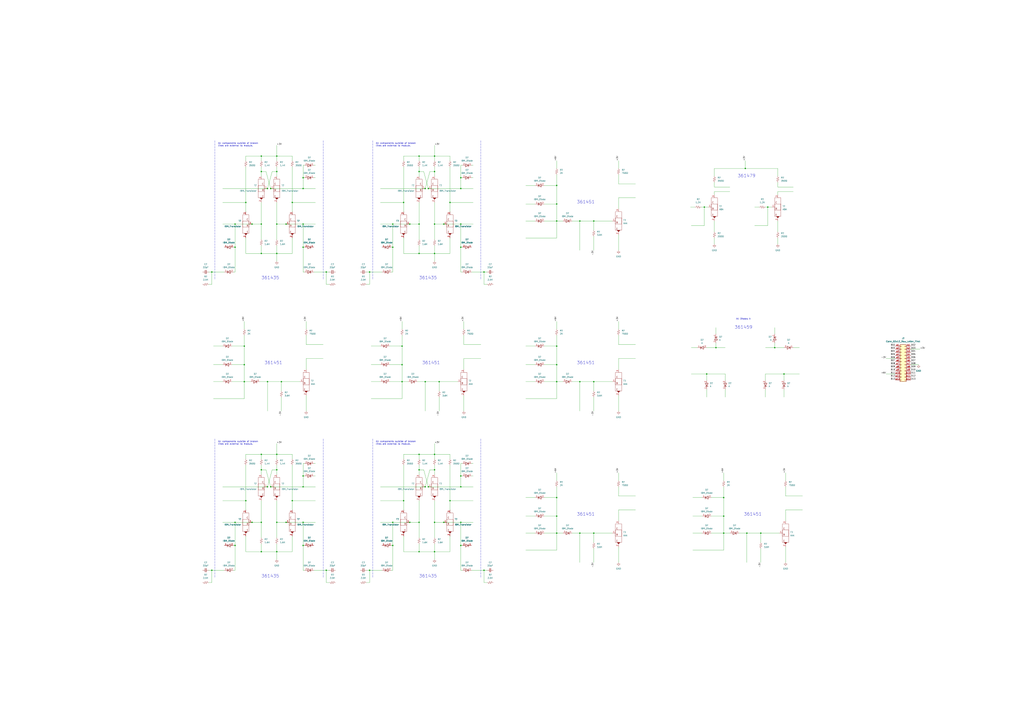
<source format=kicad_sch>
(kicad_sch (version 20211123) (generator eeschema)
  (paper "A1")
  (junction (at 240.03 166.3632))
  (junction (at 378.46 154.94))
  (junction (at 344.17 208.28))
  (junction (at 612.14 138.43))
  (junction (at 248.92 448.31))
  (junction (at 344.17 184.15))
  (junction (at 351.79 400.05))
  (junction (at 227.33 208.28))
  (junction (at 322.58 429.26))
  (junction (at 330.2 284.48))
  (junction (at 364.49 184.15))
  (junction (at 207.01 184.15))
  (junction (at 330.2 313.69))
  (junction (at 378.46 429.26))
  (junction (at 336.55 429.26))
  (junction (at 344.17 373.38))
  (junction (at 344.17 128.27))
  (junction (at 267.97 468.63))
  (junction (at 457.2 424.18))
  (junction (at 364.49 429.26))
  (junction (at 594.36 424.18))
  (junction (at 457.2 181.61))
  (junction (at 303.53 223.52))
  (junction (at 330.2 299.72))
  (junction (at 322.58 448.31))
  (junction (at 487.68 313.69))
  (junction (at 227.33 140.97))
  (junction (at 630.555 170.18))
  (junction (at 476.25 313.69))
  (junction (at 457.2 152.4))
  (junction (at 240.03 411.4732))
  (junction (at 356.87 128.27))
  (junction (at 457.2 299.72))
  (junction (at 248.92 203.2))
  (junction (at 356.87 429.26))
  (junction (at 356.87 373.38))
  (junction (at 214.63 373.38))
  (junction (at 227.33 128.27))
  (junction (at 227.33 184.15))
  (junction (at 476.25 438.15))
  (junction (at 193.04 448.31))
  (junction (at 487.68 438.15))
  (junction (at 397.51 468.63))
  (junction (at 214.63 184.15))
  (junction (at 214.63 453.39))
  (junction (at 214.63 386.08))
  (junction (at 378.46 203.2))
  (junction (at 578.485 170.18))
  (junction (at 331.47 166.37))
  (junction (at 303.53 468.63))
  (junction (at 356.87 453.39))
  (junction (at 214.63 429.26))
  (junction (at 173.99 223.52))
  (junction (at 214.63 140.97))
  (junction (at 588.01 285.75))
  (junction (at 344.17 386.08))
  (junction (at 636.27 285.75))
  (junction (at 200.66 313.69))
  (junction (at 349.25 400.05))
  (junction (at 344.17 140.97))
  (junction (at 624.84 438.15))
  (junction (at 227.33 429.26))
  (junction (at 356.87 386.08))
  (junction (at 369.57 411.4732))
  (junction (at 214.63 208.28))
  (junction (at 349.25 313.69))
  (junction (at 227.33 373.38))
  (junction (at 201.93 411.48))
  (junction (at 173.99 468.63))
  (junction (at 219.71 313.69))
  (junction (at 378.46 400.05))
  (junction (at 248.92 429.26))
  (junction (at 248.92 184.15))
  (junction (at 356.87 208.28))
  (junction (at 457.2 313.69))
  (junction (at 248.92 154.94))
  (junction (at 222.25 400.05))
  (junction (at 397.51 223.52))
  (junction (at 378.46 448.31))
  (junction (at 193.04 203.2))
  (junction (at 378.46 391.16))
  (junction (at 193.04 429.26))
  (junction (at 227.33 453.39))
  (junction (at 594.36 408.94))
  (junction (at 457.2 408.94))
  (junction (at 594.36 438.15))
  (junction (at 643.89 307.34))
  (junction (at 613.41 438.15))
  (junction (at 476.25 181.61))
  (junction (at 219.71 154.94))
  (junction (at 360.68 313.69))
  (junction (at 457.2 284.48))
  (junction (at 248.92 391.16))
  (junction (at 248.92 146.05))
  (junction (at 207.01 429.26))
  (junction (at 234.95 429.26))
  (junction (at 356.87 184.15))
  (junction (at 231.14 313.69))
  (junction (at 580.39 307.34))
  (junction (at 349.25 154.94))
  (junction (at 248.92 400.05))
  (junction (at 200.66 284.48))
  (junction (at 457.2 167.64))
  (junction (at 219.71 400.05))
  (junction (at 193.04 184.15))
  (junction (at 322.58 184.15))
  (junction (at 331.47 411.48))
  (junction (at 378.46 146.05))
  (junction (at 378.46 184.15))
  (junction (at 369.57 166.3632))
  (junction (at 214.63 128.27))
  (junction (at 222.25 154.94))
  (junction (at 356.87 140.97))
  (junction (at 267.97 223.52))
  (junction (at 457.2 438.15))
  (junction (at 200.66 299.72))
  (junction (at 322.58 203.2))
  (junction (at 201.93 166.37))
  (junction (at 336.55 184.15))
  (junction (at 234.95 184.15))
  (junction (at 487.68 181.61))
  (junction (at 351.79 154.94))
  (junction (at 344.17 453.39))
  (junction (at 344.17 429.26))
  (junction (at 227.33 386.08))
  (wire (pts (xy 630.555 170.18) (xy 633.73 170.18)))
  (wire (pts (xy 270.51 233.68) (xy 267.97 233.68)))
  (wire (pts (xy 356.87 429.26) (xy 356.87 441.96)))
  (wire (pts (xy 214.63 429.26) (xy 214.63 411.48)))
  (wire (pts (xy 322.58 223.52) (xy 321.31 223.52)))
  (wire (pts (xy 356.87 411.48) (xy 356.87 429.26)))
  (polyline (pts (xy 265.43 360.68) (xy 265.43 474.98)))
  (wire (pts (xy 356.87 386.08) (xy 356.87 389.89)))
  (wire (pts (xy 257.81 146.05) (xy 259.08 146.05)))
  (wire (pts (xy 303.53 223.52) (xy 313.69 223.52)))
  (wire (pts (xy 378.46 429.26) (xy 388.62 429.26)))
  (wire (pts (xy 248.92 184.15) (xy 259.08 184.15)))
  (wire (pts (xy 201.93 128.27) (xy 214.63 128.27)))
  (wire (pts (xy 508 407.67) (xy 521.97 407.67)))
  (wire (pts (xy 487.68 438.15) (xy 487.68 445.77)))
  (wire (pts (xy 469.9 438.15) (xy 476.25 438.15)))
  (wire (pts (xy 628.65 312.42) (xy 628.65 307.34)))
  (wire (pts (xy 508 400.05) (xy 508 407.67)))
  (wire (pts (xy 431.8 327.66) (xy 457.2 327.66)))
  (wire (pts (xy 457.2 299.72) (xy 447.04 299.72)))
  (wire (pts (xy 457.2 408.94) (xy 447.04 408.94)))
  (wire (pts (xy 369.57 128.27) (xy 369.57 132.08)))
  (wire (pts (xy 304.8 299.72) (xy 312.42 299.72)))
  (wire (pts (xy 378.46 391.16) (xy 379.73 391.16)))
  (wire (pts (xy 508 325.12) (xy 508 337.82)))
  (wire (pts (xy 378.46 381) (xy 378.46 391.16)))
  (wire (pts (xy 624.84 438.15) (xy 640.08 438.15)))
  (wire (pts (xy 182.88 400.05) (xy 219.71 400.05)))
  (wire (pts (xy 257.81 468.63) (xy 267.97 468.63)))
  (wire (pts (xy 356.87 184.15) (xy 364.49 184.15)))
  (wire (pts (xy 594.36 400.05) (xy 594.36 408.94)))
  (wire (pts (xy 508 193.04) (xy 508 205.74)))
  (wire (pts (xy 344.17 447.04) (xy 344.17 453.39)))
  (wire (pts (xy 356.87 140.97) (xy 356.87 144.78)))
  (wire (pts (xy 508 171.45) (xy 508 162.56)))
  (wire (pts (xy 586.74 160.02) (xy 586.74 157.48)))
  (wire (pts (xy 586.74 157.48) (xy 599.44 157.48)))
  (wire (pts (xy 218.44 140.97) (xy 222.25 154.94)))
  (wire (pts (xy 356.87 373.38) (xy 356.87 377.19)))
  (wire (pts (xy 248.92 154.94) (xy 259.08 154.94)))
  (wire (pts (xy 378.46 381) (xy 379.73 381)))
  (wire (pts (xy 476.25 205.74) (xy 476.25 181.61)))
  (wire (pts (xy 594.36 424.18) (xy 584.2 424.18)))
  (wire (pts (xy 431.8 195.58) (xy 457.2 195.58)))
  (wire (pts (xy 457.2 388.62) (xy 457.2 394.97)))
  (wire (pts (xy 320.04 313.69) (xy 330.2 313.69)))
  (wire (pts (xy 400.05 233.68) (xy 397.51 233.68)))
  (wire (pts (xy 431.8 167.64) (xy 439.42 167.64)))
  (wire (pts (xy 748.03 299.72) (xy 754.38 299.72)))
  (wire (pts (xy 201.93 208.28) (xy 201.93 195.58)))
  (wire (pts (xy 624.84 438.15) (xy 624.84 445.77)))
  (wire (pts (xy 331.47 411.48) (xy 331.47 419.1)))
  (wire (pts (xy 487.68 438.15) (xy 502.92 438.15)))
  (wire (pts (xy 214.63 453.39) (xy 201.93 453.39)))
  (wire (pts (xy 342.9 313.69) (xy 349.25 313.69)))
  (wire (pts (xy 508 275.59) (xy 508 283.21)))
  (wire (pts (xy 300.99 478.79) (xy 303.53 478.79)))
  (wire (pts (xy 330.2 275.59) (xy 330.2 284.48)))
  (wire (pts (xy 628.65 320.04) (xy 628.65 326.39)))
  (wire (pts (xy 369.57 208.28) (xy 356.87 208.28)))
  (wire (pts (xy 312.42 411.48) (xy 331.47 411.48)))
  (wire (pts (xy 303.53 468.63) (xy 300.99 468.63)))
  (wire (pts (xy 227.33 184.15) (xy 234.95 184.15)))
  (wire (pts (xy 200.66 275.59) (xy 200.66 284.48)))
  (wire (pts (xy 267.97 468.63) (xy 270.51 468.63)))
  (wire (pts (xy 613.41 438.15) (xy 624.84 438.15)))
  (wire (pts (xy 360.68 313.69) (xy 375.92 313.69)))
  (wire (pts (xy 387.35 381) (xy 388.62 381)))
  (wire (pts (xy 397.51 233.68) (xy 397.51 223.52)))
  (wire (pts (xy 201.93 166.37) (xy 201.93 173.99)))
  (wire (pts (xy 270.51 478.79) (xy 267.97 478.79)))
  (wire (pts (xy 257.81 223.52) (xy 267.97 223.52)))
  (wire (pts (xy 457.2 438.15) (xy 462.28 438.15)))
  (wire (pts (xy 331.47 208.28) (xy 331.47 195.58)))
  (wire (pts (xy 182.88 184.15) (xy 193.04 184.15)))
  (wire (pts (xy 344.17 386.08) (xy 347.98 386.08)))
  (wire (pts (xy 248.92 468.63) (xy 250.19 468.63)))
  (wire (pts (xy 173.99 468.63) (xy 171.45 468.63)))
  (wire (pts (xy 630.555 185.42) (xy 630.555 170.18)))
  (wire (pts (xy 175.26 327.66) (xy 200.66 327.66)))
  (wire (pts (xy 619.76 170.18) (xy 623.57 170.18)))
  (wire (pts (xy 487.68 313.69) (xy 502.92 313.69)))
  (wire (pts (xy 356.87 364.49) (xy 356.87 373.38)))
  (wire (pts (xy 457.2 264.16) (xy 457.2 270.51)))
  (wire (pts (xy 387.35 146.05) (xy 388.62 146.05)))
  (wire (pts (xy 251.46 303.53) (xy 251.46 294.64)))
  (wire (pts (xy 586.74 181.61) (xy 586.74 190.5)))
  (wire (pts (xy 508 151.13) (xy 521.97 151.13)))
  (wire (pts (xy 240.03 166.3632) (xy 259.08 166.3632)))
  (wire (pts (xy 227.33 201.93) (xy 227.33 208.28)))
  (wire (pts (xy 567.055 170.18) (xy 570.865 170.18)))
  (wire (pts (xy 508 449.58) (xy 508 462.28)))
  (wire (pts (xy 257.81 381) (xy 259.08 381)))
  (wire (pts (xy 347.98 386.08) (xy 351.79 400.05)))
  (wire (pts (xy 568.96 408.94) (xy 576.58 408.94)))
  (wire (pts (xy 214.63 386.08) (xy 214.63 389.89)))
  (wire (pts (xy 508 303.53) (xy 508 294.64)))
  (wire (pts (xy 447.04 438.15) (xy 457.2 438.15)))
  (wire (pts (xy 594.36 438.15) (xy 599.44 438.15)))
  (wire (pts (xy 193.04 203.2) (xy 191.77 203.2)))
  (wire (pts (xy 487.68 326.39) (xy 487.68 337.82)))
  (wire (pts (xy 231.14 326.39) (xy 231.14 337.82)))
  (wire (pts (xy 267.97 223.52) (xy 270.51 223.52)))
  (wire (pts (xy 457.2 275.59) (xy 457.2 284.48)))
  (wire (pts (xy 457.2 195.58) (xy 457.2 181.61)))
  (wire (pts (xy 431.8 408.94) (xy 439.42 408.94)))
  (wire (pts (xy 227.33 453.39) (xy 227.33 459.74)))
  (wire (pts (xy 193.04 223.52) (xy 191.77 223.52)))
  (wire (pts (xy 356.87 208.28) (xy 344.17 208.28)))
  (wire (pts (xy 344.17 128.27) (xy 356.87 128.27)))
  (wire (pts (xy 619.76 185.42) (xy 630.555 185.42)))
  (wire (pts (xy 378.46 429.26) (xy 378.46 448.31)))
  (wire (pts (xy 182.88 154.94) (xy 219.71 154.94)))
  (wire (pts (xy 457.2 452.12) (xy 457.2 438.15)))
  (wire (pts (xy 248.92 203.2) (xy 250.19 203.2)))
  (wire (pts (xy 508 388.62) (xy 508 394.97)))
  (wire (pts (xy 378.46 135.89) (xy 379.73 135.89)))
  (wire (pts (xy 257.81 135.89) (xy 259.08 135.89)))
  (wire (pts (xy 193.04 448.31) (xy 193.04 468.63)))
  (wire (pts (xy 173.99 478.79) (xy 173.99 468.63)))
  (wire (pts (xy 214.63 140.97) (xy 214.63 144.78)))
  (wire (pts (xy 381 264.16) (xy 381 270.51)))
  (wire (pts (xy 248.92 391.16) (xy 248.92 400.05)))
  (wire (pts (xy 234.95 184.15) (xy 248.92 184.15)))
  (wire (pts (xy 457.2 424.18) (xy 457.2 438.15)))
  (wire (pts (xy 457.2 132.08) (xy 457.2 138.43)))
  (wire (pts (xy 369.57 166.3632) (xy 388.62 166.3632)))
  (wire (pts (xy 457.2 299.72) (xy 457.2 313.69)))
  (wire (pts (xy 578.485 170.18) (xy 581.66 170.18)))
  (wire (pts (xy 487.68 450.85) (xy 487.68 462.28)))
  (wire (pts (xy 322.58 468.63) (xy 321.31 468.63)))
  (polyline (pts (xy 306.07 360.68) (xy 306.07 474.98)))
  (wire (pts (xy 575.945 170.18) (xy 578.485 170.18)))
  (wire (pts (xy 344.17 386.08) (xy 344.17 389.89)))
  (wire (pts (xy 227.33 386.08) (xy 227.33 389.89)))
  (wire (pts (xy 322.58 203.2) (xy 321.31 203.2)))
  (wire (pts (xy 304.8 284.48) (xy 312.42 284.48)))
  (wire (pts (xy 248.92 146.05) (xy 248.92 154.94)))
  (wire (pts (xy 378.46 203.2) (xy 378.46 223.52)))
  (wire (pts (xy 201.93 128.27) (xy 201.93 132.08)))
  (wire (pts (xy 312.42 154.94) (xy 349.25 154.94)))
  (wire (pts (xy 331.47 128.27) (xy 344.17 128.27)))
  (wire (pts (xy 356.87 386.08) (xy 353.06 386.08)))
  (wire (pts (xy 567.69 285.75) (xy 572.77 285.75)))
  (wire (pts (xy 248.92 381) (xy 248.92 391.16)))
  (wire (pts (xy 171.45 233.68) (xy 173.99 233.68)))
  (wire (pts (xy 457.2 408.94) (xy 457.2 424.18)))
  (wire (pts (xy 356.87 453.39) (xy 356.87 459.74)))
  (wire (pts (xy 588.01 285.75) (xy 595.63 285.75)))
  (wire (pts (xy 360.68 313.69) (xy 360.68 321.31)))
  (wire (pts (xy 353.06 386.08) (xy 349.25 400.05)))
  (wire (pts (xy 431.8 284.48) (xy 439.42 284.48)))
  (wire (pts (xy 643.89 285.75) (xy 636.27 285.75)))
  (wire (pts (xy 173.99 468.63) (xy 184.15 468.63)))
  (wire (pts (xy 381 303.53) (xy 381 294.64)))
  (wire (pts (xy 344.17 429.26) (xy 344.17 411.48)))
  (wire (pts (xy 240.03 440.69) (xy 240.03 453.39)))
  (wire (pts (xy 344.17 201.93) (xy 344.17 208.28)))
  (wire (pts (xy 431.8 438.15) (xy 439.42 438.15)))
  (wire (pts (xy 234.95 429.26) (xy 248.92 429.26)))
  (wire (pts (xy 588.01 269.24) (xy 588.01 274.32)))
  (wire (pts (xy 214.63 382.27) (xy 214.63 386.08)))
  (wire (pts (xy 643.89 320.04) (xy 643.89 326.39)))
  (wire (pts (xy 193.04 203.2) (xy 193.04 223.52)))
  (wire (pts (xy 645.16 427.99) (xy 645.16 419.1)))
  (wire (pts (xy 219.71 313.69) (xy 231.14 313.69)))
  (wire (pts (xy 201.93 411.48) (xy 201.93 419.1)))
  (wire (pts (xy 568.96 438.15) (xy 576.58 438.15)))
  (wire (pts (xy 207.01 184.15) (xy 214.63 184.15)))
  (wire (pts (xy 356.87 184.15) (xy 356.87 196.85)))
  (wire (pts (xy 369.57 382.27) (xy 369.57 411.4732)))
  (wire (pts (xy 567.69 185.42) (xy 578.485 185.42)))
  (wire (pts (xy 381 283.21) (xy 394.97 283.21)))
  (wire (pts (xy 381 275.59) (xy 381 283.21)))
  (wire (pts (xy 594.36 408.94) (xy 594.36 424.18)))
  (wire (pts (xy 182.88 411.48) (xy 201.93 411.48)))
  (wire (pts (xy 457.2 167.64) (xy 447.04 167.64)))
  (wire (pts (xy 322.58 184.15) (xy 336.55 184.15)))
  (wire (pts (xy 312.42 166.37) (xy 331.47 166.37)))
  (wire (pts (xy 447.04 181.61) (xy 457.2 181.61)))
  (wire (pts (xy 207.01 429.26) (xy 214.63 429.26)))
  (wire (pts (xy 200.66 284.48) (xy 190.5 284.48)))
  (wire (pts (xy 218.44 386.08) (xy 222.25 400.05)))
  (wire (pts (xy 312.42 184.15) (xy 322.58 184.15)))
  (wire (pts (xy 300.99 233.68) (xy 303.53 233.68)))
  (polyline (pts (xy 176.53 115.57) (xy 176.53 229.87)))
  (wire (pts (xy 381 294.64) (xy 394.97 294.64)))
  (wire (pts (xy 201.93 373.38) (xy 214.63 373.38)))
  (wire (pts (xy 214.63 140.97) (xy 218.44 140.97)))
  (wire (pts (xy 387.35 391.16) (xy 388.62 391.16)))
  (wire (pts (xy 378.46 146.05) (xy 378.46 154.94)))
  (wire (pts (xy 344.17 453.39) (xy 331.47 453.39)))
  (wire (pts (xy 201.93 373.38) (xy 201.93 377.19)))
  (wire (pts (xy 645.16 400.05) (xy 645.16 407.67)))
  (wire (pts (xy 645.16 388.62) (xy 645.16 394.97)))
  (wire (pts (xy 656.59 307.34) (xy 643.89 307.34)))
  (wire (pts (xy 580.39 320.04) (xy 580.39 326.39)))
  (wire (pts (xy 397.51 223.52) (xy 400.05 223.52)))
  (wire (pts (xy 201.93 137.16) (xy 201.93 166.37)))
  (wire (pts (xy 322.58 184.15) (xy 322.58 203.2)))
  (wire (pts (xy 595.63 320.04) (xy 595.63 326.39)))
  (wire (pts (xy 578.485 185.42) (xy 578.485 170.18)))
  (wire (pts (xy 193.04 429.26) (xy 207.01 429.26)))
  (wire (pts (xy 356.87 140.97) (xy 353.06 140.97)))
  (wire (pts (xy 193.04 184.15) (xy 193.04 203.2)))
  (wire (pts (xy 431.8 152.4) (xy 439.42 152.4)))
  (wire (pts (xy 227.33 128.27) (xy 227.33 132.08)))
  (wire (pts (xy 223.52 140.97) (xy 219.71 154.94)))
  (wire (pts (xy 322.58 448.31) (xy 321.31 448.31)))
  (wire (pts (xy 378.46 154.94) (xy 388.62 154.94)))
  (wire (pts (xy 643.89 307.34) (xy 643.89 312.42)))
  (wire (pts (xy 431.8 452.12) (xy 457.2 452.12)))
  (wire (pts (xy 227.33 137.16) (xy 227.33 140.97)))
  (wire (pts (xy 594.36 408.94) (xy 584.2 408.94)))
  (wire (pts (xy 344.17 184.15) (xy 344.17 166.37)))
  (wire (pts (xy 487.68 181.61) (xy 487.68 189.23)))
  (wire (pts (xy 200.66 264.16) (xy 200.66 270.51)))
  (wire (pts (xy 214.63 447.04) (xy 214.63 453.39)))
  (wire (pts (xy 378.46 448.31) (xy 378.46 468.63)))
  (wire (pts (xy 214.63 429.26) (xy 214.63 441.96)))
  (wire (pts (xy 193.04 429.26) (xy 193.04 448.31)))
  (wire (pts (xy 508 143.51) (xy 508 151.13)))
  (wire (pts (xy 331.47 373.38) (xy 344.17 373.38)))
  (wire (pts (xy 303.53 223.52) (xy 300.99 223.52)))
  (wire (pts (xy 594.36 452.12) (xy 594.36 438.15)))
  (wire (pts (xy 193.04 448.31) (xy 191.77 448.31)))
  (wire (pts (xy 487.68 181.61) (xy 502.92 181.61)))
  (wire (pts (xy 214.63 137.16) (xy 214.63 140.97)))
  (wire (pts (xy 231.14 313.69) (xy 231.14 321.31)))
  (wire (pts (xy 331.47 166.37) (xy 331.47 173.99)))
  (wire (pts (xy 344.17 208.28) (xy 331.47 208.28)))
  (wire (pts (xy 457.2 167.64) (xy 457.2 181.61)))
  (wire (pts (xy 580.39 307.34) (xy 580.39 312.42)))
  (wire (pts (xy 378.46 135.89) (xy 378.46 146.05)))
  (wire (pts (xy 227.33 411.48) (xy 227.33 429.26)))
  (wire (pts (xy 344.17 137.16) (xy 344.17 140.97)))
  (wire (pts (xy 248.92 146.05) (xy 250.19 146.05)))
  (wire (pts (xy 231.14 313.69) (xy 246.38 313.69)))
  (wire (pts (xy 171.45 478.79) (xy 173.99 478.79)))
  (wire (pts (xy 624.84 450.85) (xy 624.84 462.28)))
  (wire (pts (xy 431.8 313.69) (xy 439.42 313.69)))
  (wire (pts (xy 356.87 137.16) (xy 356.87 140.97)))
  (wire (pts (xy 607.06 438.15) (xy 613.41 438.15)))
  (wire (pts (xy 612.14 132.08) (xy 612.14 138.43)))
  (wire (pts (xy 356.87 166.37) (xy 356.87 184.15)))
  (wire (pts (xy 378.46 391.16) (xy 378.46 400.05)))
  (wire (pts (xy 638.81 195.58) (xy 638.81 200.66)))
  (wire (pts (xy 636.27 281.94) (xy 636.27 285.75)))
  (polyline (pts (xy 306.07 115.57) (xy 306.07 229.87)))
  (wire (pts (xy 240.03 166.3632) (xy 240.03 173.99)))
  (wire (pts (xy 312.42 429.26) (xy 322.58 429.26)))
  (wire (pts (xy 175.26 313.69) (xy 182.88 313.69)))
  (wire (pts (xy 638.81 160.02) (xy 638.81 157.48)))
  (wire (pts (xy 586.74 144.78) (xy 586.74 138.43)))
  (wire (pts (xy 336.55 429.26) (xy 344.17 429.26)))
  (wire (pts (xy 213.36 313.69) (xy 219.71 313.69)))
  (wire (pts (xy 240.03 382.27) (xy 240.03 411.4732)))
  (wire (pts (xy 431.8 181.61) (xy 439.42 181.61)))
  (wire (pts (xy 304.8 327.66) (xy 330.2 327.66)))
  (wire (pts (xy 227.33 429.26) (xy 227.33 441.96)))
  (wire (pts (xy 356.87 429.26) (xy 364.49 429.26)))
  (wire (pts (xy 331.47 128.27) (xy 331.47 132.08)))
  (wire (pts (xy 322.58 429.26) (xy 336.55 429.26)))
  (wire (pts (xy 378.46 400.05) (xy 388.62 400.05)))
  (wire (pts (xy 214.63 208.28) (xy 201.93 208.28)))
  (wire (pts (xy 344.17 140.97) (xy 344.17 144.78)))
  (wire (pts (xy 351.79 154.94) (xy 378.46 154.94)))
  (wire (pts (xy 651.51 285.75) (xy 656.59 285.75)))
  (wire (pts (xy 356.87 208.28) (xy 356.87 214.63)))
  (wire (pts (xy 227.33 364.49) (xy 227.33 373.38)))
  (wire (pts (xy 638.81 149.86) (xy 638.81 153.67)))
  (wire (pts (xy 457.2 313.69) (xy 462.28 313.69)))
  (wire (pts (xy 349.25 337.82) (xy 349.25 313.69)))
  (wire (pts (xy 331.47 453.39) (xy 331.47 440.69)))
  (wire (pts (xy 304.8 313.69) (xy 312.42 313.69)))
  (wire (pts (xy 356.87 382.27) (xy 356.87 386.08)))
  (wire (pts (xy 248.92 135.89) (xy 248.92 146.05)))
  (wire (pts (xy 303.53 478.79) (xy 303.53 468.63)))
  (wire (pts (xy 397.51 468.63) (xy 400.05 468.63)))
  (wire (pts (xy 387.35 135.89) (xy 388.62 135.89)))
  (wire (pts (xy 214.63 373.38) (xy 227.33 373.38)))
  (wire (pts (xy 356.87 447.04) (xy 356.87 453.39)))
  (wire (pts (xy 387.35 468.63) (xy 397.51 468.63)))
  (wire (pts (xy 336.55 184.15) (xy 344.17 184.15)))
  (polyline (pts (xy 176.53 360.68) (xy 176.53 474.98)))
  (wire (pts (xy 595.63 312.42) (xy 595.63 307.34)))
  (wire (pts (xy 312.42 400.05) (xy 349.25 400.05)))
  (wire (pts (xy 190.5 313.69) (xy 200.66 313.69)))
  (wire (pts (xy 748.03 287.02) (xy 755.65 287.02)))
  (wire (pts (xy 201.93 382.27) (xy 201.93 411.48)))
  (wire (pts (xy 257.81 391.16) (xy 259.08 391.16)))
  (wire (pts (xy 476.25 181.61) (xy 487.68 181.61)))
  (wire (pts (xy 351.79 400.05) (xy 378.46 400.05)))
  (wire (pts (xy 594.36 424.18) (xy 594.36 438.15)))
  (wire (pts (xy 222.25 400.05) (xy 248.92 400.05)))
  (wire (pts (xy 227.33 208.28) (xy 227.33 214.63)))
  (wire (pts (xy 193.04 468.63) (xy 191.77 468.63)))
  (wire (pts (xy 227.33 140.97) (xy 227.33 144.78)))
  (wire (pts (xy 330.2 327.66) (xy 330.2 313.69)))
  (wire (pts (xy 586.74 138.43) (xy 612.14 138.43)))
  (wire (pts (xy 476.25 313.69) (xy 487.68 313.69)))
  (wire (pts (xy 643.89 307.34) (xy 628.65 307.34)))
  (wire (pts (xy 251.46 275.59) (xy 251.46 283.21)))
  (wire (pts (xy 330.2 299.72) (xy 330.2 313.69)))
  (wire (pts (xy 360.68 326.39) (xy 360.68 337.82)))
  (wire (pts (xy 248.92 184.15) (xy 248.92 203.2)))
  (wire (pts (xy 356.87 453.39) (xy 344.17 453.39)))
  (wire (pts (xy 584.2 438.15) (xy 594.36 438.15)))
  (wire (pts (xy 476.25 462.28) (xy 476.25 438.15)))
  (wire (pts (xy 248.92 448.31) (xy 248.92 468.63)))
  (wire (pts (xy 193.04 184.15) (xy 207.01 184.15)))
  (wire (pts (xy 508 283.21) (xy 521.97 283.21)))
  (wire (pts (xy 568.96 452.12) (xy 594.36 452.12)))
  (wire (pts (xy 251.46 294.64) (xy 265.43 294.64)))
  (wire (pts (xy 223.52 386.08) (xy 219.71 400.05)))
  (polyline (pts (xy 394.97 115.57) (xy 394.97 229.87)))
  (wire (pts (xy 487.68 313.69) (xy 487.68 321.31)))
  (wire (pts (xy 227.33 166.37) (xy 227.33 184.15)))
  (wire (pts (xy 200.66 299.72) (xy 190.5 299.72)))
  (wire (pts (xy 227.33 119.38) (xy 227.33 128.27)))
  (wire (pts (xy 469.9 181.61) (xy 476.25 181.61)))
  (wire (pts (xy 344.17 128.27) (xy 344.17 132.08)))
  (wire (pts (xy 387.35 223.52) (xy 397.51 223.52)))
  (wire (pts (xy 182.88 166.37) (xy 201.93 166.37)))
  (wire (pts (xy 240.03 453.39) (xy 227.33 453.39)))
  (wire (pts (xy 240.03 411.4732) (xy 259.08 411.4732)))
  (wire (pts (xy 580.39 285.75) (xy 588.01 285.75)))
  (wire (pts (xy 457.2 152.4) (xy 457.2 167.64)))
  (wire (pts (xy 248.92 429.26) (xy 259.08 429.26)))
  (wire (pts (xy 201.93 453.39) (xy 201.93 440.69)))
  (wire (pts (xy 240.03 195.58) (xy 240.03 208.28)))
  (wire (pts (xy 303.53 233.68) (xy 303.53 223.52)))
  (wire (pts (xy 645.16 407.67) (xy 659.13 407.67)))
  (wire (pts (xy 378.46 448.31) (xy 379.73 448.31)))
  (wire (pts (xy 586.74 153.67) (xy 599.44 153.67)))
  (wire (pts (xy 369.57 195.58) (xy 369.57 208.28)))
  (wire (pts (xy 251.46 325.12) (xy 251.46 337.82)))
  (wire (pts (xy 727.71 307.34) (xy 735.33 307.34)))
  (wire (pts (xy 487.68 194.31) (xy 487.68 205.74)))
  (wire (pts (xy 248.92 203.2) (xy 248.92 223.52)))
  (wire (pts (xy 240.03 137.16) (xy 240.03 166.3632)))
  (wire (pts (xy 227.33 373.38) (xy 240.03 373.38)))
  (polyline (pts (xy 265.43 115.57) (xy 265.43 229.87)))
  (wire (pts (xy 173.99 233.68) (xy 173.99 223.52)))
  (wire (pts (xy 344.17 140.97) (xy 347.98 140.97)))
  (wire (pts (xy 248.92 448.31) (xy 250.19 448.31)))
  (wire (pts (xy 645.16 419.1) (xy 659.13 419.1)))
  (wire (pts (xy 638.81 138.43) (xy 638.81 144.78)))
  (polyline (pts (xy 394.97 360.68) (xy 394.97 474.98)))
  (wire (pts (xy 200.66 299.72) (xy 200.66 313.69)))
  (wire (pts (xy 431.8 299.72) (xy 439.42 299.72)))
  (wire (pts (xy 227.33 208.28) (xy 214.63 208.28)))
  (wire (pts (xy 322.58 429.26) (xy 322.58 448.31)))
  (wire (pts (xy 240.03 128.27) (xy 240.03 132.08)))
  (wire (pts (xy 469.9 313.69) (xy 476.25 313.69)))
  (wire (pts (xy 349.25 313.69) (xy 360.68 313.69)))
  (wire (pts (xy 356.87 128.27) (xy 356.87 132.08)))
  (wire (pts (xy 227.33 453.39) (xy 214.63 453.39)))
  (wire (pts (xy 173.99 223.52) (xy 171.45 223.52)))
  (wire (pts (xy 344.17 373.38) (xy 344.17 377.19)))
  (wire (pts (xy 248.92 400.05) (xy 259.08 400.05)))
  (wire (pts (xy 431.8 424.18) (xy 439.42 424.18)))
  (wire (pts (xy 331.47 373.38) (xy 331.47 377.19)))
  (wire (pts (xy 476.25 438.15) (xy 487.68 438.15)))
  (wire (pts (xy 214.63 201.93) (xy 214.63 208.28)))
  (wire (pts (xy 612.14 138.43) (xy 638.81 138.43)))
  (wire (pts (xy 356.87 201.93) (xy 356.87 208.28)))
  (wire (pts (xy 508 264.16) (xy 508 270.51)))
  (wire (pts (xy 175.26 299.72) (xy 182.88 299.72)))
  (wire (pts (xy 447.04 313.69) (xy 457.2 313.69)))
  (wire (pts (xy 322.58 203.2) (xy 322.58 223.52)))
  (wire (pts (xy 457.2 152.4) (xy 447.04 152.4)))
  (wire (pts (xy 369.57 373.38) (xy 369.57 377.19)))
  (wire (pts (xy 378.46 203.2) (xy 379.73 203.2)))
  (wire (pts (xy 457.2 284.48) (xy 457.2 299.72)))
  (wire (pts (xy 586.74 200.66) (xy 586.74 195.58)))
  (wire (pts (xy 200.66 284.48) (xy 200.66 299.72)))
  (wire (pts (xy 227.33 128.27) (xy 240.03 128.27)))
  (wire (pts (xy 303.53 468.63) (xy 313.69 468.63)))
  (wire (pts (xy 586.74 149.86) (xy 586.74 153.67)))
  (wire (pts (xy 214.63 128.27) (xy 214.63 132.08)))
  (wire (pts (xy 580.39 307.34) (xy 595.63 307.34)))
  (wire (pts (xy 457.2 424.18) (xy 447.04 424.18)))
  (wire (pts (xy 331.47 137.16) (xy 331.47 166.37)))
  (wire (pts (xy 344.17 429.26) (xy 344.17 441.96)))
  (wire (pts (xy 214.63 184.15) (xy 214.63 166.37)))
  (wire (pts (xy 636.27 285.75) (xy 628.65 285.75)))
  (wire (pts (xy 369.57 411.4732) (xy 369.57 419.1)))
  (wire (pts (xy 330.2 299.72) (xy 320.04 299.72)))
  (wire (pts (xy 227.33 373.38) (xy 227.33 377.19)))
  (wire (pts (xy 248.92 223.52) (xy 250.19 223.52)))
  (wire (pts (xy 508 132.08) (xy 508 138.43)))
  (wire (pts (xy 214.63 128.27) (xy 227.33 128.27)))
  (wire (pts (xy 613.41 462.28) (xy 613.41 438.15)))
  (wire (pts (xy 369.57 411.4732) (xy 388.62 411.4732)))
  (wire (pts (xy 508 162.56) (xy 521.97 162.56)))
  (wire (pts (xy 331.47 382.27) (xy 331.47 411.48)))
  (wire (pts (xy 227.33 140.97) (xy 223.52 140.97)))
  (wire (pts (xy 457.2 181.61) (xy 462.28 181.61)))
  (wire (pts (xy 356.87 128.27) (xy 369.57 128.27)))
  (wire (pts (xy 251.46 264.16) (xy 251.46 270.51)))
  (wire (pts (xy 182.88 429.26) (xy 193.04 429.26)))
  (wire (pts (xy 173.99 223.52) (xy 184.15 223.52)))
  (wire (pts (xy 369.57 166.3632) (xy 369.57 173.99)))
  (wire (pts (xy 378.46 184.15) (xy 388.62 184.15)))
  (wire (pts (xy 227.33 386.08) (xy 223.52 386.08)))
  (wire (pts (xy 240.03 373.38) (xy 240.03 377.19)))
  (wire (pts (xy 227.33 447.04) (xy 227.33 453.39)))
  (wire (pts (xy 457.2 400.05) (xy 457.2 408.94)))
  (wire (pts (xy 457.2 284.48) (xy 447.04 284.48)))
  (wire (pts (xy 251.46 283.21) (xy 265.43 283.21)))
  (wire (pts (xy 457.2 143.51) (xy 457.2 152.4)))
  (wire (pts (xy 588.01 281.94) (xy 588.01 285.75)))
  (wire (pts (xy 636.27 269.24) (xy 636.27 274.32)))
  (wire (pts (xy 347.98 140.97) (xy 351.79 154.94)))
  (wire (pts (xy 214.63 386.08) (xy 218.44 386.08)))
  (wire (pts (xy 369.57 137.16) (xy 369.57 166.3632)))
  (wire (pts (xy 240.03 208.28) (xy 227.33 208.28)))
  (wire (pts (xy 330.2 284.48) (xy 320.04 284.48)))
  (wire (pts (xy 330.2 284.48) (xy 330.2 299.72)))
  (wire (pts (xy 508 419.1) (xy 521.97 419.1)))
  (wire (pts (xy 638.81 157.48) (xy 651.51 157.48)))
  (wire (pts (xy 330.2 313.69) (xy 335.28 313.69)))
  (wire (pts (xy 248.92 135.89) (xy 250.19 135.89)))
  (wire (pts (xy 248.92 391.16) (xy 250.19 391.16)))
  (wire (pts (xy 594.36 388.62) (xy 594.36 394.97)))
  (wire (pts (xy 567.69 307.34) (xy 580.39 307.34)))
  (wire (pts (xy 476.25 337.82) (xy 476.25 313.69)))
  (wire (pts (xy 364.49 429.26) (xy 378.46 429.26)))
  (wire (pts (xy 628.65 170.18) (xy 630.555 170.18)))
  (wire (pts (xy 200.66 313.69) (xy 205.74 313.69)))
  (wire (pts (xy 356.87 373.38) (xy 369.57 373.38)))
  (wire (pts (xy 344.17 373.38) (xy 356.87 373.38)))
  (wire (pts (xy 227.33 184.15) (xy 227.33 196.85)))
  (wire (pts (xy 214.63 184.15) (xy 214.63 196.85)))
  (wire (pts (xy 378.46 468.63) (xy 379.73 468.63)))
  (wire (pts (xy 638.81 153.67) (xy 651.51 153.67)))
  (wire (pts (xy 397.51 478.79) (xy 397.51 468.63)))
  (wire (pts (xy 222.25 154.94) (xy 248.92 154.94)))
  (wire (pts (xy 364.49 184.15) (xy 378.46 184.15)))
  (wire (pts (xy 175.26 284.48) (xy 182.88 284.48)))
  (wire (pts (xy 568.96 424.18) (xy 576.58 424.18)))
  (wire (pts (xy 378.46 223.52) (xy 379.73 223.52)))
  (wire (pts (xy 267.97 233.68) (xy 267.97 223.52)))
  (wire (pts (xy 227.33 382.27) (xy 227.33 386.08)))
  (wire (pts (xy 727.71 294.64) (xy 735.33 294.64)))
  (wire (pts (xy 353.06 140.97) (xy 349.25 154.94)))
  (wire (pts (xy 378.46 184.15) (xy 378.46 203.2)))
  (wire (pts (xy 200.66 327.66) (xy 200.66 313.69)))
  (wire (pts (xy 378.46 146.05) (xy 379.73 146.05)))
  (wire (pts (xy 214.63 373.38) (xy 214.63 377.19)))
  (wire (pts (xy 322.58 448.31) (xy 322.58 468.63)))
  (wire (pts (xy 219.71 337.82) (xy 219.71 313.69)))
  (wire (pts (xy 356.87 119.38) (xy 356.87 128.27)))
  (wire (pts (xy 267.97 478.79) (xy 267.97 468.63)))
  (wire (pts (xy 508 294.64) (xy 521.97 294.64)))
  (wire (pts (xy 369.57 453.39) (xy 356.87 453.39)))
  (wire (pts (xy 400.05 478.79) (xy 397.51 478.79)))
  (wire (pts (xy 344.17 184.15) (xy 344.17 196.85)))
  (wire (pts (xy 369.57 440.69) (xy 369.57 453.39)))
  (wire (pts (xy 330.2 264.16) (xy 330.2 270.51)))
  (wire (pts (xy 645.16 449.58) (xy 645.16 462.28)))
  (wire (pts (xy 638.81 181.61) (xy 638.81 190.5)))
  (wire (pts (xy 240.03 411.4732) (xy 240.03 419.1)))
  (wire (pts (xy 508 427.99) (xy 508 419.1)))
  (wire (pts (xy 248.92 381) (xy 250.19 381)))
  (wire (pts (xy 381 325.12) (xy 381 337.82)))
  (wire (pts (xy 457.2 327.66) (xy 457.2 313.69)))
  (wire (pts (xy 344.17 382.27) (xy 344.17 386.08)))
  (wire (pts (xy 248.92 429.26) (xy 248.92 448.31)))
  (wire (pts (xy 227.33 429.26) (xy 234.95 429.26)))
  (text "361479" (at 605.79 146.05 0) (effects (font (size 2.54 2.54)) (justify left bottom)))
  (text "361435" (at 344.17 474.98 0) (effects (font (size 2.54 2.54)) (justify left bottom)))
  (text "361451" (at 473.71 167.64 0) (effects (font (size 2.54 2.54)) (justify left bottom)))
  (text "361451" (at 473.71 299.72 0) (effects (font (size 2.54 2.54)) (justify left bottom)))
  (text "All Diodes A" (at 604.52 262.89 0) (effects (font (size 1.27 1.27)) (justify left bottom)))
  (text "361435" (at 214.63 474.98 0) (effects (font (size 2.54 2.54)) (justify left bottom)))
  (text "All components outside of broken\nlines are external to module." (at 179.07 365.76 0) (effects (font (size 1.27 1.27)) (justify left bottom)))
  (text "361435" (at 214.63 229.87 0) (effects (font (size 2.54 2.54)) (justify left bottom)))
  (text "361435" (at 344.17 229.87 0) (effects (font (size 2.54 2.54)) (justify left bottom)))
  (text "All components outside of broken\nlines are external to module." (at 308.61 120.65 0) (effects (font (size 1.27 1.27)) (justify left bottom)))
  (text "361451" (at 610.87 424.18 0) (effects (font (size 2.54 2.54)) (justify left bottom)))
  (text "361459" (at 603.25 270.51 0) (effects (font (size 2.54 2.54)) (justify left bottom)))
  (text "361451" (at 346.71 299.72 0) (effects (font (size 2.54 2.54)) (justify left bottom)))
  (text "All components outside of broken\nlines are external to module." (at 179.07 120.65 0) (effects (font (size 1.27 1.27)) (justify left bottom)))
  (text "361451" (at 217.17 299.72 0) (effects (font (size 2.54 2.54)) (justify left bottom)))
  (text "361451" (at 473.71 424.18 0) (effects (font (size 2.54 2.54)) (justify left bottom)))
  (text "All components outside of broken\nlines are external to module." (at 308.61 365.76 0) (effects (font (size 1.27 1.27)) (justify left bottom)))
  (label "+3V" (at 508 388.62 90))
  (label "-3V" (at 231.14 337.82 270))
  (label "+3V" (at 755.65 287.02 0))
  (label "+3V" (at 612.14 132.08 90))
  (label "-3V" (at 727.71 294.64 180))
  (label "+3V" (at 356.87 119.38 0))
  (label "+3V" (at 381 264.16 90))
  (label "D06" (at 748.03 294.64 0))
  (label "-3V" (at 487.68 205.74 270))
  (label "+3V" (at 508 264.16 90))
  (label "+3V" (at 645.16 388.62 90))
  (label "+6V" (at 727.71 307.34 180))
  (label "D13" (at 748.03 312.42 0))
  (label "D09" (at 748.03 302.26 0))
  (label "-3V" (at 487.68 337.82 270))
  (label "+6V" (at 457.2 264.16 90))
  (label "B12" (at 735.33 309.88 180))
  (label "B02" (at 735.33 284.48 180))
  (label "B11" (at 735.33 307.34 180))
  (label "D07" (at 748.03 297.18 0))
  (label "-3V" (at 624.84 462.28 270))
  (label "B10" (at 735.33 304.8 180))
  (label "B09" (at 735.33 302.26 180))
  (label "D02" (at 748.03 284.48 0))
  (label "B05" (at 735.33 292.1 180))
  (label "+6V" (at 457.2 388.62 90))
  (label "B04" (at 735.33 289.56 180))
  (label "+3V" (at 508 132.08 90))
  (label "D05" (at 748.03 292.1 0))
  (label "B13" (at 735.33 312.42 180))
  (label "D11" (at 748.03 307.34 0))
  (label "+3V" (at 227.33 119.38 0))
  (label "B08" (at 735.33 299.72 180))
  (label "-3V" (at 487.68 462.28 270))
  (label "+3V" (at 251.46 264.16 90))
  (label "+6V" (at 330.2 264.16 90))
  (label "+6V" (at 457.2 132.08 90))
  (label "+6V" (at 200.66 264.16 90))
  (label "D04" (at 748.03 289.56 0))
  (label "B03" (at 735.33 287.02 180))
  (label "B06" (at 735.33 294.64 180))
  (label "D12" (at 748.03 309.88 0))
  (label "D08" (at 748.03 299.72 0))
  (label "B07" (at 735.33 297.18 180))
  (label "D03" (at 748.03 287.02 0))
  (label "+3V" (at 227.33 364.49 0))
  (label "+6V" (at 594.36 388.62 90))
  (label "D10" (at 748.03 304.8 0))
  (label "-3V" (at 360.68 337.82 270))
  (label "+3V" (at 356.87 364.49 0))
  (symbol (lib_id "IBM_SLT-SLD:IBM_Diode") (at 209.55 313.69 180) (unit 1)
    (property "Reference" "D?" (at 209.55 307.34 0))
    (property "Value" "IBM_Diode" (at 209.55 309.88 0))
    (property "Footprint" "Diode_SMD:D_0201_0603Metric" (effects hide))
  )
  (symbol (lib_id "IBM_SLT-SLD:IBM_Transistor") (at 369.57 184.15 0) (unit 1)
    (property "Reference" "T?" (at 373.38 181.61 0) (effects (justify left)))
    (property "Value" "IBM_Transistor" (at 373.38 186.0549 0) (effects (justify left)))
  )
  (symbol (lib_id "IBM_SLT-SLD:IBM_Diode") (at 186.69 284.48 0) (unit 1)
    (property "Reference" "D?" (at 186.69 278.13 0))
    (property "Value" "IBM_Diode" (at 186.69 280.67 0))
    (property "Footprint" "Diode_SMD:D_0201_0603Metric" (effects hide))
  )
  (symbol (lib_id "IBM_SLT-SLD:IBM_Diode") (at 254 448.31 180) (unit 1)
    (property "Reference" "D?" (at 254 441.96 0))
    (property "Value" "IBM_Diode" (at 254 444.5 0))
    (property "Footprint" "Diode_SMD:D_0201_0603Metric" (effects hide))
  )
  (symbol (lib_id "IBM_SLT-SLD:IBM_Transistor") (at 214.63 400.05 0) (mirror y) (unit 1)
    (property "Reference" "T?" (at 210.82 397.51 0) (effects (justify left)))
    (property "Value" "IBM_Transistor" (at 210.82 401.9549 0) (effects (justify left)))
  )
  (symbol (lib_id "Device:R_Small_US") (at 227.33 134.62 180) (unit 1)
    (property "Reference" "R?" (at 229.87 133.3499 0) (effects (justify right)))
    (property "Value" "1.4K" (at 229.87 135.8899 0) (effects (justify right)))
    (property "Footprint" "Resistor_SMD:R_0201_0603Metric" (effects hide))
  )
  (symbol (lib_id "IBM_SLT-SLD:IBM_Diode") (at 443.23 299.72 0) (unit 1)
    (property "Reference" "D?" (at 443.23 293.37 0))
    (property "Value" "IBM_Diode" (at 443.23 295.91 0))
    (property "Footprint" "Diode_SMD:D_0201_0603Metric" (effects hide))
  )
  (symbol (lib_id "IBM_SLT-SLD:IBM_Transistor") (at 356.87 400.05 0) (unit 1)
    (property "Reference" "T?" (at 360.68 397.51 0) (effects (justify left)))
    (property "Value" "IBM_Transistor" (at 360.68 401.9549 0) (effects (justify left)))
  )
  (symbol (lib_id "power:GND") (at 356.87 459.74 0) (unit 1)
    (property "Reference" "#PWR?" (effects hide))
    (property "Value" "GND" (at 356.87 464.82 0))
  )
  (symbol (lib_id "IBM_SLT-SLD:IBM_Diode") (at 443.23 181.61 0) (unit 1)
    (property "Reference" "D?" (at 443.23 175.26 0))
    (property "Value" "IBM_Diode" (at 443.23 177.8 0))
    (property "Footprint" "Diode_SMD:D_0201_0603Metric" (effects hide))
  )
  (symbol (lib_id "Device:R_Small_US") (at 487.68 191.77 0) (unit 1)
    (property "Reference" "R?" (at 490.22 190.4999 0) (effects (justify left)))
    (property "Value" "3.6K" (at 490.22 193.0399 0) (effects (justify left)))
    (property "Footprint" "Resistor_SMD:R_0201_0603Metric" (effects hide))
  )
  (symbol (lib_id "Device:R_Small_US") (at 645.16 397.51 0) (unit 1)
    (property "Reference" "R?" (at 647.7 396.2399 0) (effects (justify left)))
    (property "Value" "750Ω" (at 647.7 398.7799 0) (effects (justify left)))
    (property "Footprint" "Resistor_SMD:R_0201_0603Metric" (effects hide))
  )
  (symbol (lib_id "Device:R_Small_US") (at 573.405 170.18 90) (unit 1)
    (property "Reference" "R?" (at 573.405 163.83 90))
    (property "Value" "1.2K" (at 573.405 166.37 90))
    (property "Footprint" "Resistor_SMD:R_0201_0603Metric" (effects hide))
  )
  (symbol (lib_id "power:GND") (at 227.33 214.63 0) (unit 1)
    (property "Reference" "#PWR?" (effects hide))
    (property "Value" "GND" (at 227.33 219.71 0))
  )
  (symbol (lib_id "IBM_SLT-SLD:IBM_Diode") (at 254 146.05 180) (unit 1)
    (property "Reference" "D?" (at 254 139.7 0))
    (property "Value" "IBM_Diode" (at 254 142.24 0))
    (property "Footprint" "Diode_SMD:D_0201_0603Metric" (effects hide))
  )
  (symbol (lib_id "Device:R_Small_US") (at 369.57 134.62 180) (unit 1)
    (property "Reference" "R?" (at 372.11 133.3499 0) (effects (justify right)))
    (property "Value" "350Ω" (at 372.11 135.8899 0) (effects (justify right)))
    (property "Footprint" "Resistor_SMD:R_0201_0603Metric" (effects hide))
  )
  (symbol (lib_id "IBM_SLT-SLD:IBM_Diode") (at 466.09 313.69 180) (unit 1)
    (property "Reference" "D?" (at 466.09 307.34 0))
    (property "Value" "IBM_Diode" (at 466.09 309.88 0))
    (property "Footprint" "Diode_SMD:D_0201_0603Metric" (effects hide))
  )
  (symbol (lib_id "IBM_SLT-SLD:IBM_Diode") (at 186.69 299.72 0) (unit 1)
    (property "Reference" "D?" (at 186.69 293.37 0))
    (property "Value" "IBM_Diode" (at 186.69 295.91 0))
    (property "Footprint" "Diode_SMD:D_0201_0603Metric" (effects hide))
  )
  (symbol (lib_id "IBM_SLT-SLD:IBM_Diode") (at 383.54 448.31 180) (unit 1)
    (property "Reference" "D?" (at 383.54 441.96 0))
    (property "Value" "IBM_Diode" (at 383.54 444.5 0))
    (property "Footprint" "Diode_SMD:D_0201_0603Metric" (effects hide))
  )
  (symbol (lib_id "Device:R_Small_US") (at 626.11 170.18 90) (unit 1)
    (property "Reference" "R?" (at 626.11 163.83 90))
    (property "Value" "1.2K" (at 626.11 166.37 90))
    (property "Footprint" "Resistor_SMD:R_0201_0603Metric" (effects hide))
  )
  (symbol (lib_id "Device:R_Small_US") (at 586.74 193.04 0) (unit 1)
    (property "Reference" "R?" (at 589.28 191.7699 0) (effects (justify left)))
    (property "Value" "200Ω" (at 589.28 194.3099 0) (effects (justify left)))
    (property "Footprint" "Resistor_SMD:R_0201_0603Metric" (effects hide))
  )
  (symbol (lib_id "IBM_SLT-SLD:IBM_Transistor") (at 227.33 154.94 0) (unit 1)
    (property "Reference" "T?" (at 231.14 152.4 0) (effects (justify left)))
    (property "Value" "IBM_Transistor" (at 231.14 156.8449 0) (effects (justify left)))
  )
  (symbol (lib_id "Device:R_Small_US") (at 227.33 379.73 180) (unit 1)
    (property "Reference" "R?" (at 229.87 378.4599 0) (effects (justify right)))
    (property "Value" "1.4K" (at 229.87 380.9999 0) (effects (justify right)))
    (property "Footprint" "Resistor_SMD:R_0201_0603Metric" (effects hide))
  )
  (symbol (lib_id "IBM_SLT-SLD:IBM_Transistor") (at 344.17 154.94 0) (mirror y) (unit 1)
    (property "Reference" "T?" (at 340.36 152.4 0) (effects (justify left)))
    (property "Value" "IBM_Transistor" (at 340.36 156.8449 0) (effects (justify left)))
  )
  (symbol (lib_id "Device:R_Small_US") (at 231.14 323.85 0) (unit 1)
    (property "Reference" "R?" (at 233.68 322.5799 0) (effects (justify left)))
    (property "Value" "3.6K" (at 233.68 325.1199 0) (effects (justify left)))
    (property "Footprint" "Resistor_SMD:R_0201_0603Metric" (effects hide))
  )
  (symbol (lib_id "Device:C_Small") (at 273.05 468.63 270) (mirror x) (unit 1)
    (property "Reference" "C?" (at 273.0437 462.28 90))
    (property "Value" "33pF" (at 273.0437 464.82 90))
  )
  (symbol (lib_id "IBM_SLT-SLD:IBM_Transistor") (at 638.81 170.18 0) (unit 1)
    (property "Reference" "T?" (at 642.62 169.5449 0) (effects (justify left)))
    (property "Value" "ABA" (at 642.62 172.0849 0) (effects (justify left)))
  )
  (symbol (lib_id "Device:R_Small_US") (at 168.91 233.68 90) (mirror x) (unit 1)
    (property "Reference" "R?" (at 168.91 227.33 90))
    (property "Value" "2.5K" (at 168.91 229.87 90))
    (property "Footprint" "Resistor_SMD:R_0201_0603Metric" (effects hide))
  )
  (symbol (lib_id "IBM_SLT-SLD:IBM_Transistor") (at 201.93 429.26 0) (mirror y) (unit 1)
    (property "Reference" "T?" (at 198.12 426.72 0) (effects (justify left)))
    (property "Value" "IBM_Transistor" (at 198.12 431.1649 0) (effects (justify left)))
  )
  (symbol (lib_id "power:GND") (at 356.87 214.63 0) (unit 1)
    (property "Reference" "#PWR?" (effects hide))
    (property "Value" "GND" (at 356.87 219.71 0))
  )
  (symbol (lib_id "IBM_SLT-SLD:IBM_Diode") (at 187.96 203.2 0) (mirror x) (unit 1)
    (property "Reference" "D?" (at 187.96 196.85 0))
    (property "Value" "IBM_Diode" (at 187.96 199.39 0))
    (property "Footprint" "Diode_SMD:D_0201_0603Metric" (effects hide))
  )
  (symbol (lib_id "IBM_SLT-SLD:IBM_Diode") (at 383.54 223.52 180) (unit 1)
    (property "Reference" "D?" (at 383.54 217.17 0))
    (property "Value" "IBM_Diode" (at 383.54 219.71 0))
    (property "Footprint" "Diode_SMD:D_0201_0603Metric" (effects hide))
  )
  (symbol (lib_id "IBM_SLT-SLD:IBM_Diode") (at 254 468.63 180) (unit 1)
    (property "Reference" "D?" (at 254 462.28 0))
    (property "Value" "IBM_Diode" (at 254 464.82 0))
    (property "Footprint" "Diode_SMD:D_0201_0603Metric" (effects hide))
  )
  (symbol (lib_id "Device:R_Small_US") (at 227.33 199.39 180) (unit 1)
    (property "Reference" "R?" (at 229.87 198.1199 0) (effects (justify right)))
    (property "Value" "1.6K" (at 229.87 200.6599 0) (effects (justify right)))
    (property "Footprint" "Resistor_SMD:R_0201_0603Metric" (effects hide))
  )
  (symbol (lib_id "Device:R_Small_US") (at 457.2 140.97 0) (unit 1)
    (property "Reference" "R?" (at 459.74 139.6999 0) (effects (justify left)))
    (property "Value" "2K" (at 459.74 142.2399 0) (effects (justify left)))
    (property "Footprint" "Resistor_SMD:R_0201_0603Metric" (effects hide))
  )
  (symbol (lib_id "IBM_SLT-SLD:IBM_Diode") (at 643.89 316.23 90) (unit 1)
    (property "Reference" "D?" (at 646.43 314.9599 90) (effects (justify right)))
    (property "Value" "A" (at 646.43 317.4999 90) (effects (justify right)))
    (property "Footprint" "Diode_SMD:D_0201_0603Metric" (effects hide))
  )
  (symbol (lib_id "IBM_SLT-SLD:IBM_Diode") (at 443.23 313.69 0) (unit 1)
    (property "Reference" "D?" (at 443.23 307.34 0))
    (property "Value" "IBM_Diode" (at 443.23 309.88 0))
    (property "Footprint" "Diode_SMD:D_0201_0603Metric" (effects hide))
  )
  (symbol (lib_id "IBM_SLT-SLD:IBM_Diode") (at 254 223.52 180) (unit 1)
    (property "Reference" "D?" (at 254 217.17 0))
    (property "Value" "IBM_Diode" (at 254 219.71 0))
    (property "Footprint" "Diode_SMD:D_0201_0603Metric" (effects hide))
  )
  (symbol (lib_id "Device:R_Small_US") (at 487.68 448.31 0) (unit 1)
    (property "Reference" "R?" (at 490.22 447.0399 0) (effects (justify left)))
    (property "Value" "3.6K" (at 490.22 449.5799 0) (effects (justify left)))
    (property "Footprint" "Resistor_SMD:R_0201_0603Metric" (effects hide))
  )
  (symbol (lib_id "IBM_SLT-SLD:IBM_Diode") (at 443.23 438.15 0) (unit 1)
    (property "Reference" "D?" (at 443.23 431.8 0))
    (property "Value" "IBM_Diode" (at 443.23 434.34 0))
    (property "Footprint" "Diode_SMD:D_0201_0603Metric" (effects hide))
  )
  (symbol (lib_id "Device:R_Small_US") (at 457.2 273.05 0) (unit 1)
    (property "Reference" "R?" (at 459.74 271.7799 0) (effects (justify left)))
    (property "Value" "2K" (at 459.74 274.3199 0) (effects (justify left)))
    (property "Footprint" "Resistor_SMD:R_0201_0603Metric" (effects hide))
  )
  (symbol (lib_id "IBM_SLT-SLD:IBM_Diode") (at 339.09 313.69 180) (unit 1)
    (property "Reference" "D?" (at 339.09 307.34 0))
    (property "Value" "IBM_Diode" (at 339.09 309.88 0))
    (property "Footprint" "Diode_SMD:D_0201_0603Metric" (effects hide))
  )
  (symbol (lib_id "power:GND") (at 638.81 200.66 0) (unit 1)
    (property "Reference" "#PWR?" (effects hide))
    (property "Value" "GND" (at 638.81 205.74 0))
  )
  (symbol (lib_id "IBM_SLT-SLD:IBM_Transistor") (at 227.33 400.05 0) (unit 1)
    (property "Reference" "T?" (at 231.14 397.51 0) (effects (justify left)))
    (property "Value" "IBM_Transistor" (at 231.14 401.9549 0) (effects (justify left)))
  )
  (symbol (lib_id "IBM_SLT-SLD:IBM_Diode") (at 254 381 180) (unit 1)
    (property "Reference" "D?" (at 254 374.65 0))
    (property "Value" "IBM_Diode" (at 254 377.19 0))
    (property "Footprint" "Diode_SMD:D_0201_0603Metric" (effects hide))
  )
  (symbol (lib_id "IBM_SLT-SLD:IBM_Diode") (at 383.54 381 180) (unit 1)
    (property "Reference" "D?" (at 383.54 374.65 0))
    (property "Value" "IBM_Diode" (at 383.54 377.19 0))
    (property "Footprint" "Diode_SMD:D_0201_0603Metric" (effects hide))
  )
  (symbol (lib_id "Device:R_Small_US") (at 273.05 233.68 90) (mirror x) (unit 1)
    (property "Reference" "R?" (at 273.05 227.33 90))
    (property "Value" "2.5K" (at 273.05 229.87 90))
    (property "Footprint" "Resistor_SMD:R_0201_0603Metric" (effects hide))
  )
  (symbol (lib_id "IBM_SLT-SLD:IBM_Diode") (at 383.54 146.05 180) (unit 1)
    (property "Reference" "D?" (at 383.54 139.7 0))
    (property "Value" "IBM_Diode" (at 383.54 142.24 0))
    (property "Footprint" "Diode_SMD:D_0201_0603Metric" (effects hide))
  )
  (symbol (lib_id "IBM_SLT-SLD:IBM_Diode") (at 580.39 438.15 0) (unit 1)
    (property "Reference" "D?" (at 580.39 431.8 0))
    (property "Value" "IBM_Diode" (at 580.39 434.34 0))
    (property "Footprint" "Diode_SMD:D_0201_0603Metric" (effects hide))
  )
  (symbol (lib_id "IBM_SLT-SLD:IBM_Diode") (at 187.96 468.63 0) (mirror x) (unit 1)
    (property "Reference" "D?" (at 187.96 462.28 0))
    (property "Value" "IBM_Diode" (at 187.96 464.82 0))
    (property "Footprint" "Diode_SMD:D_0201_0603Metric" (effects hide))
  )
  (symbol (lib_id "IBM_SLT-SLD:IBM_Diode") (at 443.23 152.4 0) (unit 1)
    (property "Reference" "D?" (at 443.23 146.05 0))
    (property "Value" "IBM_Diode" (at 443.23 148.59 0))
    (property "Footprint" "Diode_SMD:D_0201_0603Metric" (effects hide))
  )
  (symbol (lib_id "IBM_SLT-SLD:IBM_Transistor") (at 508 313.69 0) (unit 1)
    (property "Reference" "T?" (at 511.81 313.0549 0) (effects (justify left)))
    (property "Value" "AAA" (at 511.81 315.5949 0) (effects (justify left)))
    (property "Footprint" "Package_TO_SOT_SMD:SOT-883" (effects hide))
  )
  (symbol (lib_id "Device:R_Small_US") (at 273.05 478.79 90) (mirror x) (unit 1)
    (property "Reference" "R?" (at 273.05 472.44 90))
    (property "Value" "2.5K" (at 273.05 474.98 90))
    (property "Footprint" "Resistor_SMD:R_0201_0603Metric" (effects hide))
  )
  (symbol (lib_id "IBM_SLT-SLD:IBM_Diode") (at 316.23 299.72 0) (unit 1)
    (property "Reference" "D?" (at 316.23 293.37 0))
    (property "Value" "IBM_Diode" (at 316.23 295.91 0))
    (property "Footprint" "Diode_SMD:D_0201_0603Metric" (effects hide))
  )
  (symbol (lib_id "IBM_SLT-SLD:IBM_Diode") (at 466.09 438.15 180) (unit 1)
    (property "Reference" "D?" (at 466.09 431.8 0))
    (property "Value" "IBM_Diode" (at 466.09 434.34 0))
    (property "Footprint" "Diode_SMD:D_0201_0603Metric" (effects hide))
  )
  (symbol (lib_id "Device:R_Small_US") (at 214.63 444.5 180) (unit 1)
    (property "Reference" "R?" (at 217.17 443.2299 0) (effects (justify right)))
    (property "Value" "1.6K" (at 217.17 445.7699 0) (effects (justify right)))
    (property "Footprint" "Resistor_SMD:R_0201_0603Metric" (effects hide))
  )
  (symbol (lib_id "Device:R_Small_US") (at 201.93 134.62 180) (unit 1)
    (property "Reference" "R?" (at 204.47 133.3499 0) (effects (justify right)))
    (property "Value" "350Ω" (at 204.47 135.8899 0) (effects (justify right)))
    (property "Footprint" "Resistor_SMD:R_0201_0603Metric" (effects hide))
  )
  (symbol (lib_id "IBM_SLT-SLD:IBM_Diode") (at 647.7 285.75 180) (unit 1)
    (property "Reference" "D?" (at 647.7 279.4 0))
    (property "Value" "A" (at 647.7 281.94 0))
    (property "Footprint" "Diode_SMD:D_0201_0603Metric" (effects hide))
  )
  (symbol (lib_id "Device:R_Small_US") (at 344.17 134.62 180) (unit 1)
    (property "Reference" "R?" (at 346.71 133.3499 0) (effects (justify right)))
    (property "Value" "1.4K" (at 346.71 135.8899 0) (effects (justify right)))
    (property "Footprint" "Resistor_SMD:R_0201_0603Metric" (effects hide))
  )
  (symbol (lib_id "IBM_SLT-SLD:IBM_Diode") (at 316.23 284.48 0) (unit 1)
    (property "Reference" "D?" (at 316.23 278.13 0))
    (property "Value" "IBM_Diode" (at 316.23 280.67 0))
    (property "Footprint" "Diode_SMD:D_0201_0603Metric" (effects hide))
  )
  (symbol (lib_id "IBM_SLT-SLD:IBM_Diode") (at 317.5 468.63 0) (mirror x) (unit 1)
    (property "Reference" "D?" (at 317.5 462.28 0))
    (property "Value" "IBM_Diode" (at 317.5 464.82 0))
    (property "Footprint" "Diode_SMD:D_0201_0603Metric" (effects hide))
  )
  (symbol (lib_id "IBM_SLT-SLD:IBM_Diode") (at 580.39 316.23 90) (unit 1)
    (property "Reference" "D?" (at 582.93 314.9599 90) (effects (justify right)))
    (property "Value" "A" (at 582.93 317.4999 90) (effects (justify right)))
    (property "Footprint" "Diode_SMD:D_0201_0603Metric" (effects hide))
  )
  (symbol (lib_id "IBM_SLT-SLD:IBM_Transistor") (at 508 438.15 0) (unit 1)
    (property "Reference" "T?" (at 511.81 437.5149 0) (effects (justify left)))
    (property "Value" "AAA" (at 511.81 440.0549 0) (effects (justify left)))
    (property "Footprint" "Package_TO_SOT_SMD:SOT-883" (effects hide))
  )
  (symbol (lib_id "IBM_SLT-SLD:IBM_Transistor") (at 240.03 184.15 0) (unit 1)
    (property "Reference" "T?" (at 243.84 181.61 0) (effects (justify left)))
    (property "Value" "IBM_Transistor" (at 243.84 186.0549 0) (effects (justify left)))
  )
  (symbol (lib_id "Device:R_Small_US") (at 457.2 397.51 0) (unit 1)
    (property "Reference" "R?" (at 459.74 396.2399 0) (effects (justify left)))
    (property "Value" "2K" (at 459.74 398.7799 0) (effects (justify left)))
    (property "Footprint" "Resistor_SMD:R_0201_0603Metric" (effects hide))
  )
  (symbol (lib_id "Device:C_Small") (at 273.05 223.52 270) (mirror x) (unit 1)
    (property "Reference" "C?" (at 273.0437 217.17 90))
    (property "Value" "33pF" (at 273.0437 219.71 90))
  )
  (symbol (lib_id "IBM_SLT-SLD:IBM_Diode") (at 254 135.89 180) (unit 1)
    (property "Reference" "D?" (at 254 129.54 0))
    (property "Value" "IBM_Diode" (at 254 132.08 0))
    (property "Footprint" "Diode_SMD:D_0201_0603Metric" (effects hide))
  )
  (symbol (lib_id "IBM_SLT-SLD:IBM_Diode") (at 187.96 448.31 0) (mirror x) (unit 1)
    (property "Reference" "D?" (at 187.96 441.96 0))
    (property "Value" "IBM_Diode" (at 187.96 444.5 0))
    (property "Footprint" "Diode_SMD:D_0201_0603Metric" (effects hide))
  )
  (symbol (lib_id "power:GND") (at 227.33 459.74 0) (unit 1)
    (property "Reference" "#PWR?" (effects hide))
    (property "Value" "GND" (at 227.33 464.82 0))
  )
  (symbol (lib_id "Device:R_Small_US") (at 594.36 397.51 0) (unit 1)
    (property "Reference" "R?" (at 596.9 396.2399 0) (effects (justify left)))
    (property "Value" "2K" (at 596.9 398.7799 0) (effects (justify left)))
    (property "Footprint" "Resistor_SMD:R_0201_0603Metric" (effects hide))
  )
  (symbol (lib_id "IBM_SLT-SLD:IBM_Transistor") (at 251.46 313.69 0) (unit 1)
    (property "Reference" "T?" (at 255.27 313.0549 0) (effects (justify left)))
    (property "Value" "AAA" (at 255.27 315.5949 0) (effects (justify left)))
    (property "Footprint" "Package_TO_SOT_SMD:SOT-883" (effects hide))
  )
  (symbol (lib_id "IBM_SLT-SLD:IBM_Diode") (at 254 391.16 180) (unit 1)
    (property "Reference" "D?" (at 254 384.81 0))
    (property "Value" "IBM_Diode" (at 254 387.35 0))
    (property "Footprint" "Diode_SMD:D_0201_0603Metric" (effects hide))
  )
  (symbol (lib_id "IBM_SLT-SLD:IBM_Diode") (at 383.54 468.63 180) (unit 1)
    (property "Reference" "D?" (at 383.54 462.28 0))
    (property "Value" "IBM_Diode" (at 383.54 464.82 0))
    (property "Footprint" "Diode_SMD:D_0201_0603Metric" (effects hide))
  )
  (symbol (lib_id "Device:R_Small_US") (at 330.2 273.05 0) (unit 1)
    (property "Reference" "R?" (at 332.74 271.7799 0) (effects (justify left)))
    (property "Value" "2K" (at 332.74 274.3199 0) (effects (justify left)))
    (property "Footprint" "Resistor_SMD:R_0201_0603Metric" (effects hide))
  )
  (symbol (lib_id "IBM_SLT-SLD:IBM_Diode") (at 254 203.2 180) (unit 1)
    (property "Reference" "D?" (at 254 196.85 0))
    (property "Value" "IBM_Diode" (at 254 199.39 0))
    (property "Footprint" "Diode_SMD:D_0201_0603Metric" (effects hide))
  )
  (symbol (lib_id "Device:R_Small_US") (at 344.17 199.39 180) (unit 1)
    (property "Reference" "R?" (at 346.71 198.1199 0) (effects (justify right)))
    (property "Value" "1.6K" (at 346.71 200.6599 0) (effects (justify right)))
    (property "Footprint" "Resistor_SMD:R_0201_0603Metric" (effects hide))
  )
  (symbol (lib_id "IBM_SLT-SLD:IBM_Diode") (at 187.96 223.52 0) (mirror x) (unit 1)
    (property "Reference" "D?" (at 187.96 217.17 0))
    (property "Value" "IBM_Diode" (at 187.96 219.71 0))
    (property "Footprint" "Diode_SMD:D_0201_0603Metric" (effects hide))
  )
  (symbol (lib_id "Device:R_Small_US") (at 227.33 444.5 180) (unit 1)
    (property "Reference" "R?" (at 229.87 443.2299 0) (effects (justify right)))
    (property "Value" "1.6K" (at 229.87 445.7699 0) (effects (justify right)))
    (property "Footprint" "Resistor_SMD:R_0201_0603Metric" (effects hide))
  )
  (symbol (lib_id "IBM_SLT-SLD:IBM_Diode") (at 603.25 438.15 180) (unit 1)
    (property "Reference" "D?" (at 603.25 431.8 0))
    (property "Value" "IBM_Diode" (at 603.25 434.34 0))
    (property "Footprint" "Diode_SMD:D_0201_0603Metric" (effects hide))
  )
  (symbol (lib_id "Device:R_Small_US") (at 356.87 199.39 180) (unit 1)
    (property "Reference" "R?" (at 359.41 198.1199 0) (effects (justify right)))
    (property "Value" "1.6K" (at 359.41 200.6599 0) (effects (justify right)))
    (property "Footprint" "Resistor_SMD:R_0201_0603Metric" (effects hide))
  )
  (symbol (lib_id "IBM_SLT-SLD:IBM_Diode") (at 316.23 313.69 0) (unit 1)
    (property "Reference" "D?" (at 316.23 307.34 0))
    (property "Value" "IBM_Diode" (at 316.23 309.88 0))
    (property "Footprint" "Diode_SMD:D_0201_0603Metric" (effects hide))
  )
  (symbol (lib_id "IBM_SLT-SLD:IBM_Diode") (at 383.54 391.16 180) (unit 1)
    (property "Reference" "D?" (at 383.54 384.81 0))
    (property "Value" "IBM_Diode" (at 383.54 387.35 0))
    (property "Footprint" "Diode_SMD:D_0201_0603Metric" (effects hide))
  )
  (symbol (lib_id "Device:R_Small_US") (at 344.17 444.5 180) (unit 1)
    (property "Reference" "R?" (at 346.71 443.2299 0) (effects (justify right)))
    (property "Value" "1.6K" (at 346.71 445.7699 0) (effects (justify right)))
    (property "Footprint" "Resistor_SMD:R_0201_0603Metric" (effects hide))
  )
  (symbol (lib_id "IBM_SLT-SLD:IBM_Diode") (at 588.01 278.13 270) (unit 1)
    (property "Reference" "D?" (at 590.55 276.8599 90) (effects (justify left)))
    (property "Value" "A" (at 590.55 279.3999 90) (effects (justify left)))
    (property "Footprint" "Diode_SMD:D_0201_0603Metric" (effects hide))
  )
  (symbol (lib_id "Device:C_Small") (at 402.59 468.63 270) (mirror x) (unit 1)
    (property "Reference" "C?" (at 402.5837 462.28 90))
    (property "Value" "33pF" (at 402.5837 464.82 90))
  )
  (symbol (lib_id "Device:R_Small_US") (at 214.63 379.73 180) (unit 1)
    (property "Reference" "R?" (at 217.17 378.4599 0) (effects (justify right)))
    (property "Value" "1.4K" (at 217.17 380.9999 0) (effects (justify right)))
    (property "Footprint" "Resistor_SMD:R_0201_0603Metric" (effects hide))
  )
  (symbol (lib_id "IBM_SLT-SLD:IBM_Transistor") (at 645.16 438.15 0) (unit 1)
    (property "Reference" "T?" (at 648.97 437.5149 0) (effects (justify left)))
    (property "Value" "AAA" (at 648.97 440.0549 0) (effects (justify left)))
    (property "Footprint" "Package_TO_SOT_SMD:SOT-883" (effects hide))
  )
  (symbol (lib_id "IBM_SLT-SLD:IBM_Transistor") (at 508 181.61 0) (unit 1)
    (property "Reference" "T?" (at 511.81 180.9749 0) (effects (justify left)))
    (property "Value" "AAA" (at 511.81 183.5149 0) (effects (justify left)))
    (property "Footprint" "Package_TO_SOT_SMD:SOT-883" (effects hide))
  )
  (symbol (lib_id "power:GND") (at 508 462.28 0) (unit 1)
    (property "Reference" "#PWR?" (effects hide))
    (property "Value" "GND" (at 508 467.36 0))
  )
  (symbol (lib_id "Device:R_Small_US") (at 331.47 379.73 180) (unit 1)
    (property "Reference" "R?" (at 334.01 378.4599 0) (effects (justify right)))
    (property "Value" "350Ω" (at 334.01 380.9999 0) (effects (justify right)))
    (property "Footprint" "Resistor_SMD:R_0201_0603Metric" (effects hide))
  )
  (symbol (lib_id "IBM_SLT-SLD:IBM_Diode") (at 443.23 408.94 0) (unit 1)
    (property "Reference" "D?" (at 443.23 402.59 0))
    (property "Value" "IBM_Diode" (at 443.23 405.13 0))
    (property "Footprint" "Diode_SMD:D_0201_0603Metric" (effects hide))
  )
  (symbol (lib_id "IBM_SLT-SLD:IBM_Transistor") (at 214.63 154.94 0) (mirror y) (unit 1)
    (property "Reference" "T?" (at 210.82 152.4 0) (effects (justify left)))
    (property "Value" "IBM_Transistor" (at 210.82 156.8449 0) (effects (justify left)))
  )
  (symbol (lib_id "IBM_SLT-SLD:IBM_Diode") (at 576.58 285.75 0) (unit 1)
    (property "Reference" "D?" (at 576.58 279.4 0))
    (property "Value" "A" (at 576.58 281.94 0))
    (property "Footprint" "Diode_SMD:D_0201_0603Metric" (effects hide))
  )
  (symbol (lib_id "IBM_SLT-SLD:IBM_Transistor") (at 356.87 154.94 0) (unit 1)
    (property "Reference" "T?" (at 360.68 152.4 0) (effects (justify left)))
    (property "Value" "IBM_Transistor" (at 360.68 156.8449 0) (effects (justify left)))
  )
  (symbol (lib_id "IBM_SLT-SLD:IBM_Transistor") (at 201.93 184.15 0) (mirror y) (unit 1)
    (property "Reference" "T?" (at 198.12 181.61 0) (effects (justify left)))
    (property "Value" "IBM_Transistor" (at 198.12 186.0549 0) (effects (justify left)))
  )
  (symbol (lib_id "Device:R_Small_US") (at 201.93 379.73 180) (unit 1)
    (property "Reference" "R?" (at 204.47 378.4599 0) (effects (justify right)))
    (property "Value" "350Ω" (at 204.47 380.9999 0) (effects (justify right)))
    (property "Footprint" "Resistor_SMD:R_0201_0603Metric" (effects hide))
  )
  (symbol (lib_id "IBM_SLT-SLD:IBM_Diode") (at 186.69 313.69 0) (unit 1)
    (property "Reference" "D?" (at 186.69 307.34 0))
    (property "Value" "IBM_Diode" (at 186.69 309.88 0))
    (property "Footprint" "Diode_SMD:D_0201_0603Metric" (effects hide))
  )
  (symbol (lib_id "Device:C_Small") (at 168.91 223.52 90) (unit 1)
    (property "Reference" "C?" (at 168.9163 217.17 90))
    (property "Value" "33pF" (at 168.9163 219.71 90))
  )
  (symbol (lib_id "IBM_SLT-SLD:IBM_Diode") (at 383.54 203.2 180) (unit 1)
    (property "Reference" "D?" (at 383.54 196.85 0))
    (property "Value" "IBM_Diode" (at 383.54 199.39 0))
    (property "Footprint" "Diode_SMD:D_0201_0603Metric" (effects hide))
  )
  (symbol (lib_id "Device:R_Small_US") (at 356.87 444.5 180) (unit 1)
    (property "Reference" "R?" (at 359.41 443.2299 0) (effects (justify right)))
    (property "Value" "1.6K" (at 359.41 445.7699 0) (effects (justify right)))
    (property "Footprint" "Resistor_SMD:R_0201_0603Metric" (effects hide))
  )
  (symbol (lib_id "IBM_SLT-SLD:IBM_Diode") (at 580.39 424.18 0) (unit 1)
    (property "Reference" "D?" (at 580.39 417.83 0))
    (property "Value" "IBM_Diode" (at 580.39 420.37 0))
    (property "Footprint" "Diode_SMD:D_0201_0603Metric" (effects hide))
  )
  (symbol (lib_id "IBM_SLT-SLD:IBM_Diode") (at 595.63 316.23 90) (unit 1)
    (property "Reference" "D?" (at 598.17 314.9599 90) (effects (justify right)))
    (property "Value" "A" (at 598.17 317.4999 90) (effects (justify right)))
    (property "Footprint" "Diode_SMD:D_0201_0603Metric" (effects hide))
  )
  (symbol (lib_id "Device:R_Small_US") (at 168.91 478.79 90) (mirror x) (unit 1)
    (property "Reference" "R?" (at 168.91 472.44 90))
    (property "Value" "2.5K" (at 168.91 474.98 90))
    (property "Footprint" "Resistor_SMD:R_0201_0603Metric" (effects hide))
  )
  (symbol (lib_id "power:GND") (at 586.74 200.66 0) (unit 1)
    (property "Reference" "#PWR?" (effects hide))
    (property "Value" "GND" (at 586.74 205.74 0))
  )
  (symbol (lib_id "Device:C_Small") (at 168.91 468.63 90) (unit 1)
    (property "Reference" "C?" (at 168.9163 462.28 90))
    (property "Value" "33pF" (at 168.9163 464.82 90))
  )
  (symbol (lib_id "power:GND") (at 754.38 299.72 0) (unit 1)
    (property "Reference" "#PWR?" (effects hide))
    (property "Value" "GND" (at 754.38 304.8 0))
  )
  (symbol (lib_id "IBM_SLT-SLD:IBM_Transistor") (at 369.57 429.26 0) (unit 1)
    (property "Reference" "T?" (at 373.38 426.72 0) (effects (justify left)))
    (property "Value" "IBM_Transistor" (at 373.38 431.1649 0) (effects (justify left)))
  )
  (symbol (lib_id "Device:R_Small_US") (at 356.87 134.62 180) (unit 1)
    (property "Reference" "R?" (at 359.41 133.3499 0) (effects (justify right)))
    (property "Value" "1.4K" (at 359.41 135.8899 0) (effects (justify right)))
    (property "Footprint" "Resistor_SMD:R_0201_0603Metric" (effects hide))
  )
  (symbol (lib_id "Device:R_Small_US") (at 402.59 478.79 90) (mirror x) (unit 1)
    (property "Reference" "R?" (at 402.59 472.44 90))
    (property "Value" "2.5K" (at 402.59 474.98 90))
    (property "Footprint" "Resistor_SMD:R_0201_0603Metric" (effects hide))
  )
  (symbol (lib_id "power:GND") (at 251.46 337.82 0) (unit 1)
    (property "Reference" "#PWR?" (effects hide))
    (property "Value" "GND" (at 251.46 342.9 0))
  )
  (symbol (lib_id "IBM_SLT-SLD:IBM_Diode") (at 443.23 284.48 0) (unit 1)
    (property "Reference" "D?" (at 443.23 278.13 0))
    (property "Value" "IBM_Diode" (at 443.23 280.67 0))
    (property "Footprint" "Diode_SMD:D_0201_0603Metric" (effects hide))
  )
  (symbol (lib_id "Device:R_Small_US") (at 240.03 134.62 180) (unit 1)
    (property "Reference" "R?" (at 242.57 133.3499 0) (effects (justify right)))
    (property "Value" "350Ω" (at 242.57 135.8899 0) (effects (justify right)))
    (property "Footprint" "Resistor_SMD:R_0201_0603Metric" (effects hide))
  )
  (symbol (lib_id "Device:R_Small_US") (at 638.81 193.04 0) (unit 1)
    (property "Reference" "R?" (at 641.35 191.7699 0) (effects (justify left)))
    (property "Value" "200Ω" (at 641.35 194.3099 0) (effects (justify left)))
    (property "Footprint" "Resistor_SMD:R_0201_0603Metric" (effects hide))
  )
  (symbol (lib_id "Device:R_Small_US") (at 586.74 147.32 0) (unit 1)
    (property "Reference" "R?" (at 589.28 146.0499 0) (effects (justify left)))
    (property "Value" "350Ω" (at 589.28 148.5899 0) (effects (justify left)))
    (property "Footprint" "Resistor_SMD:R_0201_0603Metric" (effects hide))
  )
  (symbol (lib_id "Device:R_Small_US") (at 200.66 273.05 0) (unit 1)
    (property "Reference" "R?" (at 203.2 271.7799 0) (effects (justify left)))
    (property "Value" "2K" (at 203.2 274.3199 0) (effects (justify left)))
    (property "Footprint" "Resistor_SMD:R_0201_0603Metric" (effects hide))
  )
  (symbol (lib_id "IBM_SLT-SLD:IBM_Diode") (at 317.5 448.31 0) (mirror x) (unit 1)
    (property "Reference" "D?" (at 317.5 441.96 0))
    (property "Value" "IBM_Diode" (at 317.5 444.5 0))
    (property "Footprint" "Diode_SMD:D_0201_0603Metric" (effects hide))
  )
  (symbol (lib_id "IBM_SLT-SLD:IBM_Diode") (at 636.27 278.13 90) (mirror x) (unit 1)
    (property "Reference" "D?" (at 633.73 276.8599 90) (effects (justify left)))
    (property "Value" "A" (at 633.73 279.3999 90) (effects (justify left)))
    (property "Footprint" "Diode_SMD:D_0201_0603Metric" (effects hide))
  )
  (symbol (lib_id "IBM_SLT-SLD:IBM_Transistor") (at 331.47 429.26 0) (mirror y) (unit 1)
    (property "Reference" "T?" (at 327.66 426.72 0) (effects (justify left)))
    (property "Value" "IBM_Transistor" (at 327.66 431.1649 0) (effects (justify left)))
  )
  (symbol (lib_id "Device:R_Small_US") (at 214.63 199.39 180) (unit 1)
    (property "Reference" "R?" (at 217.17 198.1199 0) (effects (justify right)))
    (property "Value" "1.6K" (at 217.17 200.6599 0) (effects (justify right)))
    (property "Footprint" "Resistor_SMD:R_0201_0603Metric" (effects hide))
  )
  (symbol (lib_id "power:GND") (at 508 337.82 0) (unit 1)
    (property "Reference" "#PWR?" (effects hide))
    (property "Value" "GND" (at 508 342.9 0))
  )
  (symbol (lib_id "IBM_SLT-SLD:IBM_Transistor") (at 331.47 184.15 0) (mirror y) (unit 1)
    (property "Reference" "T?" (at 327.66 181.61 0) (effects (justify left)))
    (property "Value" "IBM_Transistor" (at 327.66 186.0549 0) (effects (justify left)))
  )
  (symbol (lib_id "IBM_SLT-SLD:IBM_Diode") (at 443.23 424.18 0) (unit 1)
    (property "Reference" "D?" (at 443.23 417.83 0))
    (property "Value" "IBM_Diode" (at 443.23 420.37 0))
    (property "Footprint" "Diode_SMD:D_0201_0603Metric" (effects hide))
  )
  (symbol (lib_id "Device:R_Small_US") (at 638.81 147.32 0) (unit 1)
    (property "Reference" "R?" (at 641.35 146.0499 0) (effects (justify left)))
    (property "Value" "350Ω" (at 641.35 148.5899 0) (effects (justify left)))
    (property "Footprint" "Resistor_SMD:R_0201_0603Metric" (effects hide))
  )
  (symbol (lib_id "Device:R_Small_US") (at 508 397.51 0) (unit 1)
    (property "Reference" "R?" (at 510.54 396.2399 0) (effects (justify left)))
    (property "Value" "750Ω" (at 510.54 398.7799 0) (effects (justify left)))
    (property "Footprint" "Resistor_SMD:R_0201_0603Metric" (effects hide))
  )
  (symbol (lib_id "IBM_SLT-SLD:IBM_Diode") (at 383.54 135.89 180) (unit 1)
    (property "Reference" "D?" (at 383.54 129.54 0))
    (property "Value" "IBM_Diode" (at 383.54 132.08 0))
    (property "Footprint" "Diode_SMD:D_0201_0603Metric" (effects hide))
  )
  (symbol (lib_id "Device:R_Small_US") (at 331.47 134.62 180) (unit 1)
    (property "Reference" "R?" (at 334.01 133.3499 0) (effects (justify right)))
    (property "Value" "350Ω" (at 334.01 135.8899 0) (effects (justify right)))
    (property "Footprint" "Resistor_SMD:R_0201_0603Metric" (effects hide))
  )
  (symbol (lib_id "Device:R_Small_US") (at 251.46 273.05 0) (unit 1)
    (property "Reference" "R?" (at 254 271.7799 0) (effects (justify left)))
    (property "Value" "750Ω" (at 254 274.3199 0) (effects (justify left)))
    (property "Footprint" "Resistor_SMD:R_0201_0603Metric" (effects hide))
  )
  (symbol (lib_id "Device:R_Small_US") (at 356.87 379.73 180) (unit 1)
    (property "Reference" "R?" (at 359.41 378.4599 0) (effects (justify right)))
    (property "Value" "1.4K" (at 359.41 380.9999 0) (effects (justify right)))
    (property "Footprint" "Resistor_SMD:R_0201_0603Metric" (effects hide))
  )
  (symbol (lib_id "Device:R_Small_US") (at 487.68 323.85 0) (unit 1)
    (property "Reference" "R?" (at 490.22 322.5799 0) (effects (justify left)))
    (property "Value" "3.6K" (at 490.22 325.1199 0) (effects (justify left)))
    (property "Footprint" "Resistor_SMD:R_0201_0603Metric" (effects hide))
  )
  (symbol (lib_id "IBM_SLT-SLD:IBM_Transistor") (at 586.74 170.18 0) (unit 1)
    (property "Reference" "T?" (at 590.55 169.5449 0) (effects (justify left)))
    (property "Value" "ABA" (at 590.55 172.0849 0) (effects (justify left)))
  )
  (symbol (lib_id "Device:R_Small_US") (at 624.84 448.31 0) (unit 1)
    (property "Reference" "R?" (at 627.38 447.0399 0) (effects (justify left)))
    (property "Value" "3.6K" (at 627.38 449.5799 0) (effects (justify left)))
    (property "Footprint" "Resistor_SMD:R_0201_0603Metric" (effects hide))
  )
  (symbol (lib_id "IBM_SLT-SLD:IBM_Diode") (at 628.65 316.23 90) (unit 1)
    (property "Reference" "D?" (at 631.19 314.9599 90) (effects (justify right)))
    (property "Value" "A" (at 631.19 317.4999 90) (effects (justify right)))
    (property "Footprint" "Diode_SMD:D_0201_0603Metric" (effects hide))
  )
  (symbol (lib_id "Device:R_Small_US") (at 214.63 134.62 180) (unit 1)
    (property "Reference" "R?" (at 217.17 133.3499 0) (effects (justify right)))
    (property "Value" "1.4K" (at 217.17 135.8899 0) (effects (justify right)))
    (property "Footprint" "Resistor_SMD:R_0201_0603Metric" (effects hide))
  )
  (symbol (lib_id "IBM_SLT-SLD:IBM_Transistor") (at 381 313.69 0) (unit 1)
    (property "Reference" "T?" (at 384.81 313.0549 0) (effects (justify left)))
    (property "Value" "AAA" (at 384.81 315.5949 0) (effects (justify left)))
    (property "Footprint" "Package_TO_SOT_SMD:SOT-883" (effects hide))
  )
  (symbol (lib_id "IBM_SLT-SLD:IBM_Transistor") (at 240.03 429.26 0) (unit 1)
    (property "Reference" "T?" (at 243.84 426.72 0) (effects (justify left)))
    (property "Value" "IBM_Transistor" (at 243.84 431.1649 0) (effects (justify left)))
  )
  (symbol (lib_id "Connector_Generic:Conn_02x12_Row_Letter_First") (at 740.41 297.18 0) (unit 1)
    (property "Reference" "J?" (at 741.68 278.13 0))
    (property "Value" "Conn_02x12_Row_Letter_First" (at 741.68 280.67 0))
  )
  (symbol (lib_id "Device:R_Small_US") (at 402.59 233.68 90) (mirror x) (unit 1)
    (property "Reference" "R?" (at 402.59 227.33 90))
    (property "Value" "2.5K" (at 402.59 229.87 90))
    (property "Footprint" "Resistor_SMD:R_0201_0603Metric" (effects hide))
  )
  (symbol (lib_id "Device:R_Small_US") (at 298.45 233.68 90) (mirror x) (unit 1)
    (property "Reference" "R?" (at 298.45 227.33 90))
    (property "Value" "2.5K" (at 298.45 229.87 90))
    (property "Footprint" "Resistor_SMD:R_0201_0603Metric" (effects hide))
  )
  (symbol (lib_id "IBM_SLT-SLD:IBM_Diode") (at 580.39 408.94 0) (unit 1)
    (property "Reference" "D?" (at 580.39 402.59 0))
    (property "Value" "IBM_Diode" (at 580.39 405.13 0))
    (property "Footprint" "Diode_SMD:D_0201_0603Metric" (effects hide))
  )
  (symbol (lib_id "power:GND") (at 645.16 462.28 0) (unit 1)
    (property "Reference" "#PWR?" (effects hide))
    (property "Value" "GND" (at 645.16 467.36 0))
  )
  (symbol (lib_id "Device:C_Small") (at 402.59 223.52 270) (mirror x) (unit 1)
    (property "Reference" "C?" (at 402.5837 217.17 90))
    (property "Value" "33pF" (at 402.5837 219.71 90))
  )
  (symbol (lib_id "Device:R_Small_US") (at 360.68 323.85 0) (unit 1)
    (property "Reference" "R?" (at 363.22 322.5799 0) (effects (justify left)))
    (property "Value" "3.6K" (at 363.22 325.1199 0) (effects (justify left)))
    (property "Footprint" "Resistor_SMD:R_0201_0603Metric" (effects hide))
  )
  (symbol (lib_id "IBM_SLT-SLD:IBM_Diode") (at 317.5 223.52 0) (mirror x) (unit 1)
    (property "Reference" "D?" (at 317.5 217.17 0))
    (property "Value" "IBM_Diode" (at 317.5 219.71 0))
    (property "Footprint" "Diode_SMD:D_0201_0603Metric" (effects hide))
  )
  (symbol (lib_id "Device:R_Small_US") (at 369.57 379.73 180) (unit 1)
    (property "Reference" "R?" (at 372.11 378.4599 0) (effects (justify right)))
    (property "Value" "350Ω" (at 372.11 380.9999 0) (effects (justify right)))
    (property "Footprint" "Resistor_SMD:R_0201_0603Metric" (effects hide))
  )
  (symbol (lib_id "Device:R_Small_US") (at 240.03 379.73 180) (unit 1)
    (property "Reference" "R?" (at 242.57 378.4599 0) (effects (justify right)))
    (property "Value" "350Ω" (at 242.57 380.9999 0) (effects (justify right)))
    (property "Footprint" "Resistor_SMD:R_0201_0603Metric" (effects hide))
  )
  (symbol (lib_id "power:GND") (at 508 205.74 0) (unit 1)
    (property "Reference" "#PWR?" (effects hide))
    (property "Value" "GND" (at 508 210.82 0))
  )
  (symbol (lib_id "Device:C_Small") (at 298.45 468.63 90) (unit 1)
    (property "Reference" "C?" (at 298.4563 462.28 90))
    (property "Value" "33pF" (at 298.4563 464.82 90))
  )
  (symbol (lib_id "Device:R_Small_US") (at 381 273.05 0) (unit 1)
    (property "Reference" "R?" (at 383.54 271.7799 0) (effects (justify left)))
    (property "Value" "750Ω" (at 383.54 274.3199 0) (effects (justify left)))
    (property "Footprint" "Resistor_SMD:R_0201_0603Metric" (effects hide))
  )
  (symbol (lib_id "power:GND") (at 381 337.82 0) (unit 1)
    (property "Reference" "#PWR?" (effects hide))
    (property "Value" "GND" (at 381 342.9 0))
  )
  (symbol (lib_id "Device:R_Small_US") (at 508 273.05 0) (unit 1)
    (property "Reference" "R?" (at 510.54 271.7799 0) (effects (justify left)))
    (property "Value" "750Ω" (at 510.54 274.3199 0) (effects (justify left)))
    (property "Footprint" "Resistor_SMD:R_0201_0603Metric" (effects hide))
  )
  (symbol (lib_id "IBM_SLT-SLD:IBM_Diode") (at 317.5 203.2 0) (mirror x) (unit 1)
    (property "Reference" "D?" (at 317.5 196.85 0))
    (property "Value" "IBM_Diode" (at 317.5 199.39 0))
    (property "Footprint" "Diode_SMD:D_0201_0603Metric" (effects hide))
  )
  (symbol (lib_id "IBM_SLT-SLD:IBM_Transistor") (at 344.17 400.05 0) (mirror y) (unit 1)
    (property "Reference" "T?" (at 340.36 397.51 0) (effects (justify left)))
    (property "Value" "IBM_Transistor" (at 340.36 401.9549 0) (effects (justify left)))
  )
  (symbol (lib_id "IBM_SLT-SLD:IBM_Diode") (at 466.09 181.61 180) (unit 1)
    (property "Reference" "D?" (at 466.09 175.26 0))
    (property "Value" "IBM_Diode" (at 466.09 177.8 0))
    (property "Footprint" "Diode_SMD:D_0201_0603Metric" (effects hide))
  )
  (symbol (lib_id "Device:R_Small_US") (at 298.45 478.79 90) (mirror x) (unit 1)
    (property "Reference" "R?" (at 298.45 472.44 90))
    (property "Value" "2.5K" (at 298.45 474.98 90))
    (property "Footprint" "Resistor_SMD:R_0201_0603Metric" (effects hide))
  )
  (symbol (lib_id "Device:C_Small") (at 298.45 223.52 90) (unit 1)
    (property "Reference" "C?" (at 298.4563 217.17 90))
    (property "Value" "33pF" (at 298.4563 219.71 90))
  )
  (symbol (lib_id "Device:R_Small_US") (at 508 140.97 0) (unit 1)
    (property "Reference" "R?" (at 510.54 139.6999 0) (effects (justify left)))
    (property "Value" "750Ω" (at 510.54 142.2399 0) (effects (justify left)))
    (property "Footprint" "Resistor_SMD:R_0201_0603Metric" (effects hide))
  )
  (symbol (lib_id "IBM_SLT-SLD:IBM_Diode") (at 443.23 167.64 0) (unit 1)
    (property "Reference" "D?" (at 443.23 161.29 0))
    (property "Value" "IBM_Diode" (at 443.23 163.83 0))
    (property "Footprint" "Diode_SMD:D_0201_0603Metric" (effects hide))
  )
  (symbol (lib_id "Device:R_Small_US") (at 344.17 379.73 180) (unit 1)
    (property "Reference" "R?" (at 346.71 378.4599 0) (effects (justify right)))
    (property "Value" "1.4K" (at 346.71 380.9999 0) (effects (justify right)))
    (property "Footprint" "Resistor_SMD:R_0201_0603Metric" (effects hide))
  )
)
</source>
